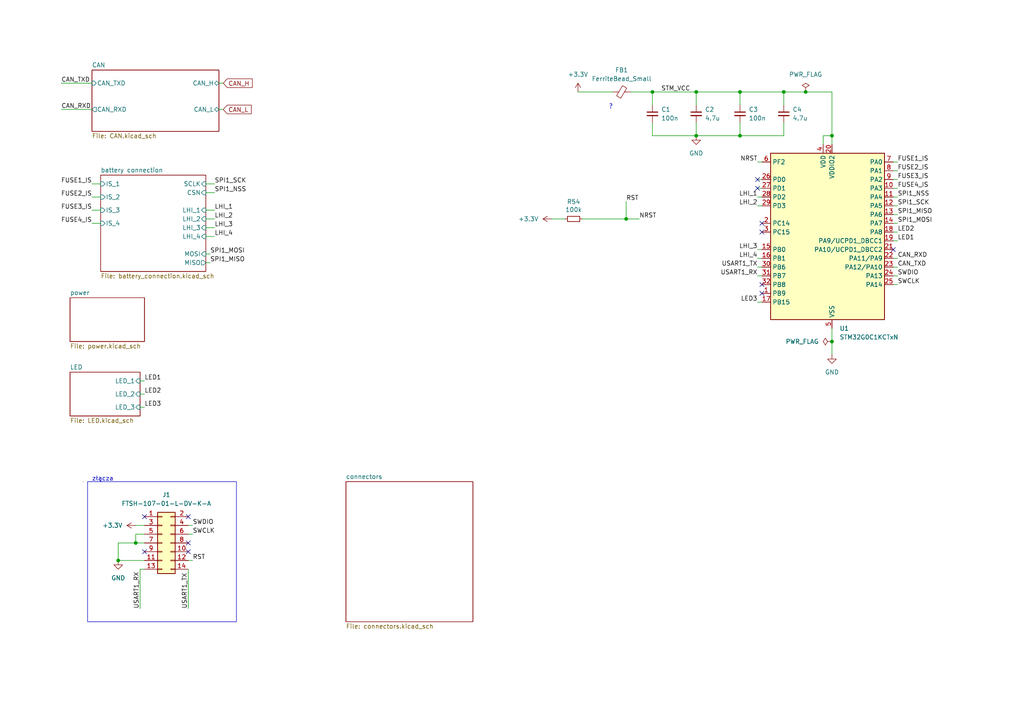
<source format=kicad_sch>
(kicad_sch (version 20230121) (generator eeschema)

  (uuid b652b05a-4e3d-4ad1-b032-18886abe7d45)

  (paper "A4")

  (title_block
    (rev "${REVISION}")
    (company "Author:")
    (comment 1 "Reviewer:")
  )

  (lib_symbols
    (symbol "Device:C_Small" (pin_numbers hide) (pin_names (offset 0.254) hide) (in_bom yes) (on_board yes)
      (property "Reference" "C" (at 0.254 1.778 0)
        (effects (font (size 1.27 1.27)) (justify left))
      )
      (property "Value" "C_Small" (at 0.254 -2.032 0)
        (effects (font (size 1.27 1.27)) (justify left))
      )
      (property "Footprint" "" (at 0 0 0)
        (effects (font (size 1.27 1.27)) hide)
      )
      (property "Datasheet" "~" (at 0 0 0)
        (effects (font (size 1.27 1.27)) hide)
      )
      (property "ki_keywords" "capacitor cap" (at 0 0 0)
        (effects (font (size 1.27 1.27)) hide)
      )
      (property "ki_description" "Unpolarized capacitor, small symbol" (at 0 0 0)
        (effects (font (size 1.27 1.27)) hide)
      )
      (property "ki_fp_filters" "C_*" (at 0 0 0)
        (effects (font (size 1.27 1.27)) hide)
      )
      (symbol "C_Small_0_1"
        (polyline
          (pts
            (xy -1.524 -0.508)
            (xy 1.524 -0.508)
          )
          (stroke (width 0.3302) (type default))
          (fill (type none))
        )
        (polyline
          (pts
            (xy -1.524 0.508)
            (xy 1.524 0.508)
          )
          (stroke (width 0.3048) (type default))
          (fill (type none))
        )
      )
      (symbol "C_Small_1_1"
        (pin passive line (at 0 2.54 270) (length 2.032)
          (name "~" (effects (font (size 1.27 1.27))))
          (number "1" (effects (font (size 1.27 1.27))))
        )
        (pin passive line (at 0 -2.54 90) (length 2.032)
          (name "~" (effects (font (size 1.27 1.27))))
          (number "2" (effects (font (size 1.27 1.27))))
        )
      )
    )
    (symbol "Device:FerriteBead_Small" (pin_numbers hide) (pin_names (offset 0)) (in_bom yes) (on_board yes)
      (property "Reference" "FB" (at 1.905 1.27 0)
        (effects (font (size 1.27 1.27)) (justify left))
      )
      (property "Value" "FerriteBead_Small" (at 1.905 -1.27 0)
        (effects (font (size 1.27 1.27)) (justify left))
      )
      (property "Footprint" "" (at -1.778 0 90)
        (effects (font (size 1.27 1.27)) hide)
      )
      (property "Datasheet" "~" (at 0 0 0)
        (effects (font (size 1.27 1.27)) hide)
      )
      (property "ki_keywords" "L ferrite bead inductor filter" (at 0 0 0)
        (effects (font (size 1.27 1.27)) hide)
      )
      (property "ki_description" "Ferrite bead, small symbol" (at 0 0 0)
        (effects (font (size 1.27 1.27)) hide)
      )
      (property "ki_fp_filters" "Inductor_* L_* *Ferrite*" (at 0 0 0)
        (effects (font (size 1.27 1.27)) hide)
      )
      (symbol "FerriteBead_Small_0_1"
        (polyline
          (pts
            (xy 0 -1.27)
            (xy 0 -0.7874)
          )
          (stroke (width 0) (type default))
          (fill (type none))
        )
        (polyline
          (pts
            (xy 0 0.889)
            (xy 0 1.2954)
          )
          (stroke (width 0) (type default))
          (fill (type none))
        )
        (polyline
          (pts
            (xy -1.8288 0.2794)
            (xy -1.1176 1.4986)
            (xy 1.8288 -0.2032)
            (xy 1.1176 -1.4224)
            (xy -1.8288 0.2794)
          )
          (stroke (width 0) (type default))
          (fill (type none))
        )
      )
      (symbol "FerriteBead_Small_1_1"
        (pin passive line (at 0 2.54 270) (length 1.27)
          (name "~" (effects (font (size 1.27 1.27))))
          (number "1" (effects (font (size 1.27 1.27))))
        )
        (pin passive line (at 0 -2.54 90) (length 1.27)
          (name "~" (effects (font (size 1.27 1.27))))
          (number "2" (effects (font (size 1.27 1.27))))
        )
      )
    )
    (symbol "Device:R_Small" (pin_numbers hide) (pin_names (offset 0.254) hide) (in_bom yes) (on_board yes)
      (property "Reference" "R" (at 0.762 0.508 0)
        (effects (font (size 1.27 1.27)) (justify left))
      )
      (property "Value" "R_Small" (at 0.762 -1.016 0)
        (effects (font (size 1.27 1.27)) (justify left))
      )
      (property "Footprint" "" (at 0 0 0)
        (effects (font (size 1.27 1.27)) hide)
      )
      (property "Datasheet" "~" (at 0 0 0)
        (effects (font (size 1.27 1.27)) hide)
      )
      (property "ki_keywords" "R resistor" (at 0 0 0)
        (effects (font (size 1.27 1.27)) hide)
      )
      (property "ki_description" "Resistor, small symbol" (at 0 0 0)
        (effects (font (size 1.27 1.27)) hide)
      )
      (property "ki_fp_filters" "R_*" (at 0 0 0)
        (effects (font (size 1.27 1.27)) hide)
      )
      (symbol "R_Small_0_1"
        (rectangle (start -0.762 1.778) (end 0.762 -1.778)
          (stroke (width 0.2032) (type default))
          (fill (type none))
        )
      )
      (symbol "R_Small_1_1"
        (pin passive line (at 0 2.54 270) (length 0.762)
          (name "~" (effects (font (size 1.27 1.27))))
          (number "1" (effects (font (size 1.27 1.27))))
        )
        (pin passive line (at 0 -2.54 90) (length 0.762)
          (name "~" (effects (font (size 1.27 1.27))))
          (number "2" (effects (font (size 1.27 1.27))))
        )
      )
    )
    (symbol "MCU_ST_STM32G0:STM32G0C1KCTxN" (in_bom yes) (on_board yes)
      (property "Reference" "U" (at -15.24 26.67 0)
        (effects (font (size 1.27 1.27)) (justify left))
      )
      (property "Value" "STM32G0C1KCTxN" (at 5.08 26.67 0)
        (effects (font (size 1.27 1.27)) (justify left))
      )
      (property "Footprint" "Package_QFP:LQFP-32_7x7mm_P0.8mm" (at -15.24 -22.86 0)
        (effects (font (size 1.27 1.27)) (justify right) hide)
      )
      (property "Datasheet" "https://www.st.com/resource/en/datasheet/stm32g0c1kc.pdf" (at 0 0 0)
        (effects (font (size 1.27 1.27)) hide)
      )
      (property "ki_locked" "" (at 0 0 0)
        (effects (font (size 1.27 1.27)))
      )
      (property "ki_keywords" "Arm Cortex-M0+ STM32G0 STM32G0x1" (at 0 0 0)
        (effects (font (size 1.27 1.27)) hide)
      )
      (property "ki_description" "STMicroelectronics Arm Cortex-M0+ MCU, 256KB flash, 144KB RAM, 64 MHz, 1.7-3.6V, 29 GPIO, LQFP32" (at 0 0 0)
        (effects (font (size 1.27 1.27)) hide)
      )
      (property "ki_fp_filters" "LQFP*7x7mm*P0.8mm*" (at 0 0 0)
        (effects (font (size 1.27 1.27)) hide)
      )
      (symbol "STM32G0C1KCTxN_0_1"
        (rectangle (start -15.24 -22.86) (end 17.78 25.4)
          (stroke (width 0.254) (type default))
          (fill (type background))
        )
      )
      (symbol "STM32G0C1KCTxN_1_1"
        (pin bidirectional line (at -17.78 -15.24 0) (length 2.54)
          (name "PB9" (effects (font (size 1.27 1.27))))
          (number "1" (effects (font (size 1.27 1.27))))
          (alternate "DAC1_EXTI9" bidirectional line)
          (alternate "FDCAN1_TX" bidirectional line)
          (alternate "I2C1_SDA" bidirectional line)
          (alternate "I2S2_WS" bidirectional line)
          (alternate "IR_OUT" bidirectional line)
          (alternate "SPI2_NSS" bidirectional line)
          (alternate "TIM17_CH1" bidirectional line)
          (alternate "TIM4_CH4" bidirectional line)
          (alternate "UCPD2_FRSTX1" bidirectional line)
          (alternate "UCPD2_FRSTX2" bidirectional line)
          (alternate "USART3_RX" bidirectional line)
          (alternate "USART6_RX" bidirectional line)
        )
        (pin bidirectional line (at 20.32 15.24 180) (length 2.54)
          (name "PA3" (effects (font (size 1.27 1.27))))
          (number "10" (effects (font (size 1.27 1.27))))
          (alternate "ADC1_IN3" bidirectional line)
          (alternate "COMP2_INP" bidirectional line)
          (alternate "I2S2_MCK" bidirectional line)
          (alternate "LPUART1_RX" bidirectional line)
          (alternate "SPI2_MISO" bidirectional line)
          (alternate "TIM15_CH2" bidirectional line)
          (alternate "TIM2_CH4" bidirectional line)
          (alternate "UCPD2_FRSTX1" bidirectional line)
          (alternate "UCPD2_FRSTX2" bidirectional line)
          (alternate "USART2_RX" bidirectional line)
        )
        (pin bidirectional line (at 20.32 12.7 180) (length 2.54)
          (name "PA4" (effects (font (size 1.27 1.27))))
          (number "11" (effects (font (size 1.27 1.27))))
          (alternate "ADC1_IN4" bidirectional line)
          (alternate "DAC1_OUT1" bidirectional line)
          (alternate "I2S1_WS" bidirectional line)
          (alternate "I2S2_SD" bidirectional line)
          (alternate "LPTIM2_OUT" bidirectional line)
          (alternate "RTC_OUT1" bidirectional line)
          (alternate "RTC_TAMP_IN1" bidirectional line)
          (alternate "RTC_TS" bidirectional line)
          (alternate "SPI1_NSS" bidirectional line)
          (alternate "SPI2_MOSI" bidirectional line)
          (alternate "SYS_WKUP2" bidirectional line)
          (alternate "TIM14_CH1" bidirectional line)
          (alternate "UCPD2_FRSTX1" bidirectional line)
          (alternate "UCPD2_FRSTX2" bidirectional line)
          (alternate "USART6_TX" bidirectional line)
          (alternate "USB_NOE" bidirectional line)
        )
        (pin bidirectional line (at 20.32 10.16 180) (length 2.54)
          (name "PA5" (effects (font (size 1.27 1.27))))
          (number "12" (effects (font (size 1.27 1.27))))
          (alternate "ADC1_IN5" bidirectional line)
          (alternate "CEC" bidirectional line)
          (alternate "DAC1_OUT2" bidirectional line)
          (alternate "I2S1_CK" bidirectional line)
          (alternate "LPTIM2_ETR" bidirectional line)
          (alternate "SPI1_SCK" bidirectional line)
          (alternate "TIM2_CH1" bidirectional line)
          (alternate "TIM2_ETR" bidirectional line)
          (alternate "UCPD1_FRSTX1" bidirectional line)
          (alternate "UCPD1_FRSTX2" bidirectional line)
          (alternate "USART3_TX" bidirectional line)
          (alternate "USART6_RX" bidirectional line)
        )
        (pin bidirectional line (at 20.32 7.62 180) (length 2.54)
          (name "PA6" (effects (font (size 1.27 1.27))))
          (number "13" (effects (font (size 1.27 1.27))))
          (alternate "ADC1_IN6" bidirectional line)
          (alternate "COMP1_OUT" bidirectional line)
          (alternate "I2C2_SDA" bidirectional line)
          (alternate "I2C3_SDA" bidirectional line)
          (alternate "I2S1_MCK" bidirectional line)
          (alternate "LPUART1_CTS" bidirectional line)
          (alternate "SPI1_MISO" bidirectional line)
          (alternate "TIM16_CH1" bidirectional line)
          (alternate "TIM1_BK" bidirectional line)
          (alternate "TIM3_CH1" bidirectional line)
          (alternate "USART3_CTS" bidirectional line)
          (alternate "USART3_NSS" bidirectional line)
          (alternate "USART6_CTS" bidirectional line)
          (alternate "USART6_NSS" bidirectional line)
        )
        (pin bidirectional line (at 20.32 5.08 180) (length 2.54)
          (name "PA7" (effects (font (size 1.27 1.27))))
          (number "14" (effects (font (size 1.27 1.27))))
          (alternate "ADC1_IN7" bidirectional line)
          (alternate "COMP2_OUT" bidirectional line)
          (alternate "I2C2_SCL" bidirectional line)
          (alternate "I2C3_SCL" bidirectional line)
          (alternate "I2S1_SD" bidirectional line)
          (alternate "SPI1_MOSI" bidirectional line)
          (alternate "TIM14_CH1" bidirectional line)
          (alternate "TIM17_CH1" bidirectional line)
          (alternate "TIM1_CH1N" bidirectional line)
          (alternate "TIM3_CH2" bidirectional line)
          (alternate "UCPD1_FRSTX1" bidirectional line)
          (alternate "UCPD1_FRSTX2" bidirectional line)
          (alternate "USART6_CK" bidirectional line)
          (alternate "USART6_DE" bidirectional line)
          (alternate "USART6_RTS" bidirectional line)
        )
        (pin bidirectional line (at -17.78 -2.54 0) (length 2.54)
          (name "PB0" (effects (font (size 1.27 1.27))))
          (number "15" (effects (font (size 1.27 1.27))))
          (alternate "ADC1_IN8" bidirectional line)
          (alternate "COMP1_OUT" bidirectional line)
          (alternate "COMP3_INP" bidirectional line)
          (alternate "FDCAN2_RX" bidirectional line)
          (alternate "I2S1_WS" bidirectional line)
          (alternate "LPTIM1_OUT" bidirectional line)
          (alternate "LPUART2_CTS" bidirectional line)
          (alternate "SPI1_NSS" bidirectional line)
          (alternate "TIM1_CH2N" bidirectional line)
          (alternate "TIM3_CH3" bidirectional line)
          (alternate "UCPD1_FRSTX1" bidirectional line)
          (alternate "UCPD1_FRSTX2" bidirectional line)
          (alternate "USART3_RX" bidirectional line)
          (alternate "USART5_TX" bidirectional line)
        )
        (pin bidirectional line (at -17.78 -5.08 0) (length 2.54)
          (name "PB1" (effects (font (size 1.27 1.27))))
          (number "16" (effects (font (size 1.27 1.27))))
          (alternate "ADC1_IN9" bidirectional line)
          (alternate "COMP1_INM" bidirectional line)
          (alternate "COMP3_OUT" bidirectional line)
          (alternate "FDCAN2_TX" bidirectional line)
          (alternate "LPTIM2_IN1" bidirectional line)
          (alternate "LPUART1_DE" bidirectional line)
          (alternate "LPUART1_RTS" bidirectional line)
          (alternate "LPUART2_DE" bidirectional line)
          (alternate "LPUART2_RTS" bidirectional line)
          (alternate "TIM14_CH1" bidirectional line)
          (alternate "TIM1_CH3N" bidirectional line)
          (alternate "TIM3_CH4" bidirectional line)
          (alternate "USART3_CK" bidirectional line)
          (alternate "USART3_DE" bidirectional line)
          (alternate "USART3_RTS" bidirectional line)
          (alternate "USART5_RX" bidirectional line)
        )
        (pin bidirectional line (at -17.78 -17.78 0) (length 2.54)
          (name "PB15" (effects (font (size 1.27 1.27))))
          (number "17" (effects (font (size 1.27 1.27))))
          (alternate "I2S2_SD" bidirectional line)
          (alternate "RTC_REFIN" bidirectional line)
          (alternate "SPI2_MOSI" bidirectional line)
          (alternate "TIM15_CH1N" bidirectional line)
          (alternate "TIM15_CH2" bidirectional line)
          (alternate "TIM1_CH3N" bidirectional line)
          (alternate "UCPD1_CC2" bidirectional line)
          (alternate "USART6_CTS" bidirectional line)
          (alternate "USART6_NSS" bidirectional line)
        )
        (pin bidirectional line (at 20.32 2.54 180) (length 2.54)
          (name "PA8" (effects (font (size 1.27 1.27))))
          (number "18" (effects (font (size 1.27 1.27))))
          (alternate "CRS1_SYNC" bidirectional line)
          (alternate "I2C2_SMBA" bidirectional line)
          (alternate "I2S2_WS" bidirectional line)
          (alternate "LPTIM2_OUT" bidirectional line)
          (alternate "RCC_MCO" bidirectional line)
          (alternate "SPI2_NSS" bidirectional line)
          (alternate "TIM1_CH1" bidirectional line)
          (alternate "UCPD1_CC1" bidirectional line)
        )
        (pin bidirectional line (at 20.32 0 180) (length 2.54)
          (name "PA9/UCPD1_DBCC1" (effects (font (size 1.27 1.27))))
          (number "19" (effects (font (size 1.27 1.27))))
          (alternate "DAC1_EXTI9" bidirectional line)
          (alternate "I2C1_SCL" bidirectional line)
          (alternate "I2C2_SCL" bidirectional line)
          (alternate "I2S2_MCK" bidirectional line)
          (alternate "RCC_MCO" bidirectional line)
          (alternate "SPI2_MISO" bidirectional line)
          (alternate "TIM15_BK" bidirectional line)
          (alternate "TIM1_CH2" bidirectional line)
          (alternate "UCPD1_DBCC1" bidirectional line)
          (alternate "USART1_TX" bidirectional line)
        )
        (pin bidirectional line (at -17.78 5.08 0) (length 2.54)
          (name "PC14" (effects (font (size 1.27 1.27))))
          (number "2" (effects (font (size 1.27 1.27))))
          (alternate "RCC_OSC32_IN" bidirectional line)
          (alternate "RCC_OSC_IN" bidirectional line)
          (alternate "TIM1_BK2" bidirectional line)
        )
        (pin power_in line (at 2.54 27.94 270) (length 2.54)
          (name "VDDIO2" (effects (font (size 1.27 1.27))))
          (number "20" (effects (font (size 1.27 1.27))))
        )
        (pin bidirectional line (at 20.32 -2.54 180) (length 2.54)
          (name "PA10/UCPD1_DBCC2" (effects (font (size 1.27 1.27))))
          (number "21" (effects (font (size 1.27 1.27))))
          (alternate "I2C1_SDA" bidirectional line)
          (alternate "I2C2_SDA" bidirectional line)
          (alternate "I2S2_SD" bidirectional line)
          (alternate "RCC_MCO_2" bidirectional line)
          (alternate "SPI2_MOSI" bidirectional line)
          (alternate "TIM17_BK" bidirectional line)
          (alternate "TIM1_CH3" bidirectional line)
          (alternate "UCPD1_DBCC2" bidirectional line)
          (alternate "USART1_RX" bidirectional line)
        )
        (pin bidirectional line (at 20.32 -5.08 180) (length 2.54)
          (name "PA11/PA9" (effects (font (size 1.27 1.27))))
          (number "22" (effects (font (size 1.27 1.27))))
          (alternate "ADC1_EXTI11" bidirectional line)
          (alternate "COMP1_OUT" bidirectional line)
          (alternate "FDCAN1_RX" bidirectional line)
          (alternate "I2C2_SCL" bidirectional line)
          (alternate "I2S1_MCK" bidirectional line)
          (alternate "SPI1_MISO" bidirectional line)
          (alternate "TIM1_BK2" bidirectional line)
          (alternate "TIM1_CH4" bidirectional line)
          (alternate "USART1_CTS" bidirectional line)
          (alternate "USART1_NSS" bidirectional line)
          (alternate "USB_DM" bidirectional line)
        )
        (pin bidirectional line (at 20.32 -7.62 180) (length 2.54)
          (name "PA12/PA10" (effects (font (size 1.27 1.27))))
          (number "23" (effects (font (size 1.27 1.27))))
          (alternate "COMP2_OUT" bidirectional line)
          (alternate "FDCAN1_TX" bidirectional line)
          (alternate "I2C2_SDA" bidirectional line)
          (alternate "I2S1_SD" bidirectional line)
          (alternate "I2S_CKIN" bidirectional line)
          (alternate "SPI1_MOSI" bidirectional line)
          (alternate "TIM1_ETR" bidirectional line)
          (alternate "USART1_CK" bidirectional line)
          (alternate "USART1_DE" bidirectional line)
          (alternate "USART1_RTS" bidirectional line)
          (alternate "USB_DP" bidirectional line)
        )
        (pin bidirectional line (at 20.32 -10.16 180) (length 2.54)
          (name "PA13" (effects (font (size 1.27 1.27))))
          (number "24" (effects (font (size 1.27 1.27))))
          (alternate "IR_OUT" bidirectional line)
          (alternate "LPUART2_RX" bidirectional line)
          (alternate "SYS_SWDIO" bidirectional line)
          (alternate "USB_NOE" bidirectional line)
        )
        (pin bidirectional line (at 20.32 -12.7 180) (length 2.54)
          (name "PA14" (effects (font (size 1.27 1.27))))
          (number "25" (effects (font (size 1.27 1.27))))
          (alternate "LPUART2_TX" bidirectional line)
          (alternate "SYS_SWCLK" bidirectional line)
          (alternate "USART2_TX" bidirectional line)
        )
        (pin bidirectional line (at -17.78 17.78 0) (length 2.54)
          (name "PD0" (effects (font (size 1.27 1.27))))
          (number "26" (effects (font (size 1.27 1.27))))
          (alternate "FDCAN1_RX" bidirectional line)
          (alternate "I2S2_WS" bidirectional line)
          (alternate "SPI2_NSS" bidirectional line)
          (alternate "TIM16_CH1" bidirectional line)
          (alternate "UCPD2_CC1" bidirectional line)
        )
        (pin bidirectional line (at -17.78 15.24 0) (length 2.54)
          (name "PD1" (effects (font (size 1.27 1.27))))
          (number "27" (effects (font (size 1.27 1.27))))
          (alternate "FDCAN1_TX" bidirectional line)
          (alternate "I2S2_CK" bidirectional line)
          (alternate "SPI2_SCK" bidirectional line)
          (alternate "TIM17_CH1" bidirectional line)
          (alternate "UCPD2_DBCC1" bidirectional line)
        )
        (pin bidirectional line (at -17.78 12.7 0) (length 2.54)
          (name "PD2" (effects (font (size 1.27 1.27))))
          (number "28" (effects (font (size 1.27 1.27))))
          (alternate "TIM1_CH1N" bidirectional line)
          (alternate "TIM3_ETR" bidirectional line)
          (alternate "UCPD2_CC2" bidirectional line)
          (alternate "USART3_CK" bidirectional line)
          (alternate "USART3_DE" bidirectional line)
          (alternate "USART3_RTS" bidirectional line)
          (alternate "USART5_RX" bidirectional line)
        )
        (pin bidirectional line (at -17.78 10.16 0) (length 2.54)
          (name "PD3" (effects (font (size 1.27 1.27))))
          (number "29" (effects (font (size 1.27 1.27))))
          (alternate "I2S2_MCK" bidirectional line)
          (alternate "SPI2_MISO" bidirectional line)
          (alternate "TIM1_CH2N" bidirectional line)
          (alternate "UCPD2_DBCC2" bidirectional line)
          (alternate "USART2_CTS" bidirectional line)
          (alternate "USART2_NSS" bidirectional line)
          (alternate "USART5_TX" bidirectional line)
        )
        (pin bidirectional line (at -17.78 2.54 0) (length 2.54)
          (name "PC15" (effects (font (size 1.27 1.27))))
          (number "3" (effects (font (size 1.27 1.27))))
          (alternate "RCC_OSC32_EN" bidirectional line)
          (alternate "RCC_OSC32_OUT" bidirectional line)
          (alternate "RCC_OSC_EN" bidirectional line)
          (alternate "TIM15_BK" bidirectional line)
        )
        (pin bidirectional line (at -17.78 -7.62 0) (length 2.54)
          (name "PB6" (effects (font (size 1.27 1.27))))
          (number "30" (effects (font (size 1.27 1.27))))
          (alternate "COMP2_INP" bidirectional line)
          (alternate "FDCAN2_TX" bidirectional line)
          (alternate "I2C1_SCL" bidirectional line)
          (alternate "I2S2_MCK" bidirectional line)
          (alternate "LPTIM1_ETR" bidirectional line)
          (alternate "LPUART2_TX" bidirectional line)
          (alternate "SPI2_MISO" bidirectional line)
          (alternate "TIM16_CH1N" bidirectional line)
          (alternate "TIM1_CH3" bidirectional line)
          (alternate "TIM4_CH1" bidirectional line)
          (alternate "USART1_TX" bidirectional line)
          (alternate "USART5_CTS" bidirectional line)
          (alternate "USART5_NSS" bidirectional line)
        )
        (pin bidirectional line (at -17.78 -10.16 0) (length 2.54)
          (name "PB7" (effects (font (size 1.27 1.27))))
          (number "31" (effects (font (size 1.27 1.27))))
          (alternate "COMP2_INM" bidirectional line)
          (alternate "I2C1_SDA" bidirectional line)
          (alternate "I2S2_SD" bidirectional line)
          (alternate "LPTIM1_IN2" bidirectional line)
          (alternate "LPUART2_RX" bidirectional line)
          (alternate "SPI2_MOSI" bidirectional line)
          (alternate "SYS_PVD_IN" bidirectional line)
          (alternate "TIM17_CH1N" bidirectional line)
          (alternate "TIM4_CH2" bidirectional line)
          (alternate "USART1_RX" bidirectional line)
          (alternate "USART4_CTS" bidirectional line)
          (alternate "USART4_NSS" bidirectional line)
        )
        (pin bidirectional line (at -17.78 -12.7 0) (length 2.54)
          (name "PB8" (effects (font (size 1.27 1.27))))
          (number "32" (effects (font (size 1.27 1.27))))
          (alternate "CEC" bidirectional line)
          (alternate "FDCAN1_RX" bidirectional line)
          (alternate "I2C1_SCL" bidirectional line)
          (alternate "I2S2_CK" bidirectional line)
          (alternate "SPI2_SCK" bidirectional line)
          (alternate "TIM15_BK" bidirectional line)
          (alternate "TIM16_CH1" bidirectional line)
          (alternate "TIM4_CH3" bidirectional line)
          (alternate "USART3_TX" bidirectional line)
          (alternate "USART6_TX" bidirectional line)
        )
        (pin power_in line (at 0 27.94 270) (length 2.54)
          (name "VDD" (effects (font (size 1.27 1.27))))
          (number "4" (effects (font (size 1.27 1.27))))
        )
        (pin power_in line (at 2.54 -25.4 90) (length 2.54)
          (name "VSS" (effects (font (size 1.27 1.27))))
          (number "5" (effects (font (size 1.27 1.27))))
        )
        (pin bidirectional line (at -17.78 22.86 0) (length 2.54)
          (name "PF2" (effects (font (size 1.27 1.27))))
          (number "6" (effects (font (size 1.27 1.27))))
          (alternate "LPUART2_DE" bidirectional line)
          (alternate "LPUART2_RTS" bidirectional line)
          (alternate "LPUART2_TX" bidirectional line)
          (alternate "RCC_MCO" bidirectional line)
        )
        (pin bidirectional line (at 20.32 22.86 180) (length 2.54)
          (name "PA0" (effects (font (size 1.27 1.27))))
          (number "7" (effects (font (size 1.27 1.27))))
          (alternate "ADC1_IN0" bidirectional line)
          (alternate "COMP1_INM" bidirectional line)
          (alternate "COMP1_OUT" bidirectional line)
          (alternate "I2S2_CK" bidirectional line)
          (alternate "LPTIM1_OUT" bidirectional line)
          (alternate "RTC_TAMP_IN2" bidirectional line)
          (alternate "SPI2_SCK" bidirectional line)
          (alternate "SYS_WKUP1" bidirectional line)
          (alternate "TIM2_CH1" bidirectional line)
          (alternate "TIM2_ETR" bidirectional line)
          (alternate "UCPD2_FRSTX1" bidirectional line)
          (alternate "UCPD2_FRSTX2" bidirectional line)
          (alternate "USART2_CTS" bidirectional line)
          (alternate "USART2_NSS" bidirectional line)
          (alternate "USART4_TX" bidirectional line)
        )
        (pin bidirectional line (at 20.32 20.32 180) (length 2.54)
          (name "PA1" (effects (font (size 1.27 1.27))))
          (number "8" (effects (font (size 1.27 1.27))))
          (alternate "ADC1_IN1" bidirectional line)
          (alternate "COMP1_INP" bidirectional line)
          (alternate "I2C1_SMBA" bidirectional line)
          (alternate "I2S1_CK" bidirectional line)
          (alternate "SPI1_SCK" bidirectional line)
          (alternate "TIM15_CH1N" bidirectional line)
          (alternate "TIM2_CH2" bidirectional line)
          (alternate "USART2_CK" bidirectional line)
          (alternate "USART2_DE" bidirectional line)
          (alternate "USART2_RTS" bidirectional line)
          (alternate "USART4_RX" bidirectional line)
        )
        (pin bidirectional line (at 20.32 17.78 180) (length 2.54)
          (name "PA2" (effects (font (size 1.27 1.27))))
          (number "9" (effects (font (size 1.27 1.27))))
          (alternate "ADC1_IN2" bidirectional line)
          (alternate "COMP2_INM" bidirectional line)
          (alternate "COMP2_OUT" bidirectional line)
          (alternate "I2S1_SD" bidirectional line)
          (alternate "LPUART1_TX" bidirectional line)
          (alternate "RCC_LSCO" bidirectional line)
          (alternate "SPI1_MOSI" bidirectional line)
          (alternate "SYS_WKUP4" bidirectional line)
          (alternate "TIM15_CH1" bidirectional line)
          (alternate "TIM2_CH3" bidirectional line)
          (alternate "UCPD1_FRSTX1" bidirectional line)
          (alternate "UCPD1_FRSTX2" bidirectional line)
          (alternate "USART2_TX" bidirectional line)
        )
      )
    )
    (symbol "ftsh-107-01-l-dv-k-a:FTSH-107-01-L-DV-K-A" (pin_names hide) (in_bom yes) (on_board yes)
      (property "Reference" "J" (at -13.97 13.97 0)
        (effects (font (size 1.27 1.27)) (justify left top))
      )
      (property "Value" "FTSH-107-01-L-DV-K-A" (at -13.97 11.43 0)
        (effects (font (size 1.27 1.27)) (justify left top))
      )
      (property "Footprint" "Samacsys:FTSH-107-XX-YYY-DV-K-A" (at 19.05 -94.92 0)
        (effects (font (size 1.27 1.27)) (justify left top) hide)
      )
      (property "Datasheet" "http://suddendocs.samtec.com/prints/ftsh-1xx-xx-xxx-dv-xxx-xxx-mkt.pdf" (at 19.05 -194.92 0)
        (effects (font (size 1.27 1.27)) (justify left top) hide)
      )
      (property "Height" "" (at 19.05 -394.92 0)
        (effects (font (size 1.27 1.27)) (justify left top) hide)
      )
      (property "Mouser Part Number" "200-FTSH10701LDVKA" (at 19.05 -494.92 0)
        (effects (font (size 1.27 1.27)) (justify left top) hide)
      )
      (property "Mouser Price/Stock" "https://www.mouser.co.uk/ProductDetail/Samtec/FTSH-107-01-L-DV-K-A?qs=PB6%2FjmICvI3xEHFou4PhNg%3D%3D" (at 19.05 -594.92 0)
        (effects (font (size 1.27 1.27)) (justify left top) hide)
      )
      (property "Manufacturer_Name" "SAMTEC" (at 19.05 -694.92 0)
        (effects (font (size 1.27 1.27)) (justify left top) hide)
      )
      (property "Manufacturer_Part_Number" "FTSH-107-01-L-DV-K-A" (at 19.05 -794.92 0)
        (effects (font (size 1.27 1.27)) (justify left top) hide)
      )
      (property "ki_description" "14 position, High Reliability Header Strips, 0.050&quot; pitch, Dual-Row Vertical" (at 0 0 0)
        (effects (font (size 1.27 1.27)) hide)
      )
      (symbol "FTSH-107-01-L-DV-K-A_1_1"
        (rectangle (start -2.54 -7.493) (end -1.27 -7.747)
          (stroke (width 0.1524) (type default))
          (fill (type none))
        )
        (rectangle (start -2.54 -4.953) (end -1.27 -5.207)
          (stroke (width 0.1524) (type default))
          (fill (type none))
        )
        (rectangle (start -2.54 -2.413) (end -1.27 -2.667)
          (stroke (width 0.1524) (type default))
          (fill (type none))
        )
        (rectangle (start -2.54 0.127) (end -1.27 -0.127)
          (stroke (width 0.1524) (type default))
          (fill (type none))
        )
        (rectangle (start -2.54 2.667) (end -1.27 2.413)
          (stroke (width 0.1524) (type default))
          (fill (type none))
        )
        (rectangle (start -2.54 5.207) (end -1.27 4.953)
          (stroke (width 0.1524) (type default))
          (fill (type none))
        )
        (rectangle (start -2.54 7.747) (end -1.27 7.493)
          (stroke (width 0.1524) (type default))
          (fill (type none))
        )
        (rectangle (start -2.54 8.89) (end 2.54 -8.89)
          (stroke (width 0.254) (type default))
          (fill (type background))
        )
        (rectangle (start 2.54 -7.493) (end 1.27 -7.747)
          (stroke (width 0.1524) (type default))
          (fill (type none))
        )
        (rectangle (start 2.54 -4.953) (end 1.27 -5.207)
          (stroke (width 0.1524) (type default))
          (fill (type none))
        )
        (rectangle (start 2.54 -2.413) (end 1.27 -2.667)
          (stroke (width 0.1524) (type default))
          (fill (type none))
        )
        (rectangle (start 2.54 0.127) (end 1.27 -0.127)
          (stroke (width 0.1524) (type default))
          (fill (type none))
        )
        (rectangle (start 2.54 2.667) (end 1.27 2.413)
          (stroke (width 0.1524) (type default))
          (fill (type none))
        )
        (rectangle (start 2.54 5.207) (end 1.27 4.953)
          (stroke (width 0.1524) (type default))
          (fill (type none))
        )
        (rectangle (start 2.54 7.747) (end 1.27 7.493)
          (stroke (width 0.1524) (type default))
          (fill (type none))
        )
        (pin passive line (at -6.35 7.62 0) (length 3.81)
          (name "Pin_1" (effects (font (size 1.27 1.27))))
          (number "1" (effects (font (size 1.27 1.27))))
        )
        (pin passive line (at 6.35 -2.54 180) (length 3.81)
          (name "Pin_10" (effects (font (size 1.27 1.27))))
          (number "10" (effects (font (size 1.27 1.27))))
        )
        (pin passive line (at -6.35 -5.08 0) (length 3.81)
          (name "Pin_11" (effects (font (size 1.27 1.27))))
          (number "11" (effects (font (size 1.27 1.27))))
        )
        (pin passive line (at 6.35 -5.08 180) (length 3.81)
          (name "Pin_12" (effects (font (size 1.27 1.27))))
          (number "12" (effects (font (size 1.27 1.27))))
        )
        (pin passive line (at -6.35 -7.62 0) (length 3.81)
          (name "Pin_13" (effects (font (size 1.27 1.27))))
          (number "13" (effects (font (size 1.27 1.27))))
        )
        (pin passive line (at 6.35 -7.62 180) (length 3.81)
          (name "Pin_14" (effects (font (size 1.27 1.27))))
          (number "14" (effects (font (size 1.27 1.27))))
        )
        (pin passive line (at 6.35 7.62 180) (length 3.81)
          (name "Pin_2" (effects (font (size 1.27 1.27))))
          (number "2" (effects (font (size 1.27 1.27))))
        )
        (pin passive line (at -6.35 5.08 0) (length 3.81)
          (name "Pin_3" (effects (font (size 1.27 1.27))))
          (number "3" (effects (font (size 1.27 1.27))))
        )
        (pin passive line (at 6.35 5.08 180) (length 3.81)
          (name "Pin_4" (effects (font (size 1.27 1.27))))
          (number "4" (effects (font (size 1.27 1.27))))
        )
        (pin passive line (at -6.35 2.54 0) (length 3.81)
          (name "Pin_5" (effects (font (size 1.27 1.27))))
          (number "5" (effects (font (size 1.27 1.27))))
        )
        (pin passive line (at 6.35 2.54 180) (length 3.81)
          (name "Pin_6" (effects (font (size 1.27 1.27))))
          (number "6" (effects (font (size 1.27 1.27))))
        )
        (pin passive line (at -6.35 0 0) (length 3.81)
          (name "Pin_7" (effects (font (size 1.27 1.27))))
          (number "7" (effects (font (size 1.27 1.27))))
        )
        (pin passive line (at 6.35 0 180) (length 3.81)
          (name "Pin_8" (effects (font (size 1.27 1.27))))
          (number "8" (effects (font (size 1.27 1.27))))
        )
        (pin passive line (at -6.35 -2.54 0) (length 3.81)
          (name "Pin_9" (effects (font (size 1.27 1.27))))
          (number "9" (effects (font (size 1.27 1.27))))
        )
      )
    )
    (symbol "power:+3.3V" (power) (pin_names (offset 0)) (in_bom yes) (on_board yes)
      (property "Reference" "#PWR" (at 0 -3.81 0)
        (effects (font (size 1.27 1.27)) hide)
      )
      (property "Value" "+3.3V" (at 0 3.556 0)
        (effects (font (size 1.27 1.27)))
      )
      (property "Footprint" "" (at 0 0 0)
        (effects (font (size 1.27 1.27)) hide)
      )
      (property "Datasheet" "" (at 0 0 0)
        (effects (font (size 1.27 1.27)) hide)
      )
      (property "ki_keywords" "global power" (at 0 0 0)
        (effects (font (size 1.27 1.27)) hide)
      )
      (property "ki_description" "Power symbol creates a global label with name \"+3.3V\"" (at 0 0 0)
        (effects (font (size 1.27 1.27)) hide)
      )
      (symbol "+3.3V_0_1"
        (polyline
          (pts
            (xy -0.762 1.27)
            (xy 0 2.54)
          )
          (stroke (width 0) (type default))
          (fill (type none))
        )
        (polyline
          (pts
            (xy 0 0)
            (xy 0 2.54)
          )
          (stroke (width 0) (type default))
          (fill (type none))
        )
        (polyline
          (pts
            (xy 0 2.54)
            (xy 0.762 1.27)
          )
          (stroke (width 0) (type default))
          (fill (type none))
        )
      )
      (symbol "+3.3V_1_1"
        (pin power_in line (at 0 0 90) (length 0) hide
          (name "+3.3V" (effects (font (size 1.27 1.27))))
          (number "1" (effects (font (size 1.27 1.27))))
        )
      )
    )
    (symbol "power:GND" (power) (pin_names (offset 0)) (in_bom yes) (on_board yes)
      (property "Reference" "#PWR" (at 0 -6.35 0)
        (effects (font (size 1.27 1.27)) hide)
      )
      (property "Value" "GND" (at 0 -3.81 0)
        (effects (font (size 1.27 1.27)))
      )
      (property "Footprint" "" (at 0 0 0)
        (effects (font (size 1.27 1.27)) hide)
      )
      (property "Datasheet" "" (at 0 0 0)
        (effects (font (size 1.27 1.27)) hide)
      )
      (property "ki_keywords" "global power" (at 0 0 0)
        (effects (font (size 1.27 1.27)) hide)
      )
      (property "ki_description" "Power symbol creates a global label with name \"GND\" , ground" (at 0 0 0)
        (effects (font (size 1.27 1.27)) hide)
      )
      (symbol "GND_0_1"
        (polyline
          (pts
            (xy 0 0)
            (xy 0 -1.27)
            (xy 1.27 -1.27)
            (xy 0 -2.54)
            (xy -1.27 -1.27)
            (xy 0 -1.27)
          )
          (stroke (width 0) (type default))
          (fill (type none))
        )
      )
      (symbol "GND_1_1"
        (pin power_in line (at 0 0 270) (length 0) hide
          (name "GND" (effects (font (size 1.27 1.27))))
          (number "1" (effects (font (size 1.27 1.27))))
        )
      )
    )
    (symbol "power:PWR_FLAG" (power) (pin_numbers hide) (pin_names (offset 0) hide) (in_bom yes) (on_board yes)
      (property "Reference" "#FLG" (at 0 1.905 0)
        (effects (font (size 1.27 1.27)) hide)
      )
      (property "Value" "PWR_FLAG" (at 0 3.81 0)
        (effects (font (size 1.27 1.27)))
      )
      (property "Footprint" "" (at 0 0 0)
        (effects (font (size 1.27 1.27)) hide)
      )
      (property "Datasheet" "~" (at 0 0 0)
        (effects (font (size 1.27 1.27)) hide)
      )
      (property "ki_keywords" "flag power" (at 0 0 0)
        (effects (font (size 1.27 1.27)) hide)
      )
      (property "ki_description" "Special symbol for telling ERC where power comes from" (at 0 0 0)
        (effects (font (size 1.27 1.27)) hide)
      )
      (symbol "PWR_FLAG_0_0"
        (pin power_out line (at 0 0 90) (length 0)
          (name "pwr" (effects (font (size 1.27 1.27))))
          (number "1" (effects (font (size 1.27 1.27))))
        )
      )
      (symbol "PWR_FLAG_0_1"
        (polyline
          (pts
            (xy 0 0)
            (xy 0 1.27)
            (xy -1.016 1.905)
            (xy 0 2.54)
            (xy 1.016 1.905)
            (xy 0 1.27)
          )
          (stroke (width 0) (type default))
          (fill (type none))
        )
      )
    )
  )

  (junction (at 201.93 26.67) (diameter 0) (color 0 0 0 0)
    (uuid 0571dc4f-dc85-4c0e-8bd8-991ae45c8a52)
  )
  (junction (at 241.3 99.06) (diameter 0) (color 0 0 0 0)
    (uuid 373a64ff-f020-4c4e-bbc1-bab4291063e8)
  )
  (junction (at 189.23 26.67) (diameter 0) (color 0 0 0 0)
    (uuid 438875c5-ec89-4bfa-84ca-adad961144c0)
  )
  (junction (at 39.37 157.48) (diameter 0) (color 0 0 0 0)
    (uuid 63187c1f-2563-4a35-b02f-38a01e20e1b8)
  )
  (junction (at 233.68 26.67) (diameter 0) (color 0 0 0 0)
    (uuid 74706602-fea0-4fa1-93d1-c3c7d05bb712)
  )
  (junction (at 241.3 39.37) (diameter 0) (color 0 0 0 0)
    (uuid 7e3ea07f-fd82-4c0c-968d-d1590e2a09ee)
  )
  (junction (at 214.63 26.67) (diameter 0) (color 0 0 0 0)
    (uuid 86b26b71-bfae-40db-83dc-137cd2752dd1)
  )
  (junction (at 214.63 39.37) (diameter 0) (color 0 0 0 0)
    (uuid 895f32f9-93f1-499d-978f-bbc5082807b6)
  )
  (junction (at 201.93 39.37) (diameter 0) (color 0 0 0 0)
    (uuid d438c182-9bad-4bc5-97a3-8cb2d5a636d7)
  )
  (junction (at 227.33 26.67) (diameter 0) (color 0 0 0 0)
    (uuid ddbd7c14-0d53-4350-bacb-dd9818017b42)
  )
  (junction (at 181.61 63.5) (diameter 0) (color 0 0 0 0)
    (uuid dff0cfb2-6b26-4d36-b0c4-cf0b4b54171f)
  )
  (junction (at 34.29 162.56) (diameter 0) (color 0 0 0 0)
    (uuid fe30f75d-7cf7-4f43-aaf8-d930b4f70a65)
  )

  (no_connect (at 219.71 52.07) (uuid 2027796b-d3b1-413b-8062-860223b14ef3))
  (no_connect (at 219.71 54.61) (uuid 2673e80e-80ae-45e0-91b4-23b8205a828a))
  (no_connect (at 54.61 149.86) (uuid 28a58c07-1c9a-41c4-b8e8-c74634f988b0))
  (no_connect (at 220.98 67.31) (uuid 3e4fd700-cc1e-42a5-b806-b02a00630e46))
  (no_connect (at 220.98 85.09) (uuid 439c380e-421d-48c9-a84e-27ac328b461d))
  (no_connect (at 41.91 149.86) (uuid 5ead5e9c-07b0-47c2-a38b-48ea6daea9f0))
  (no_connect (at 259.08 72.39) (uuid 666e0e07-22ed-4b11-9721-73fc18c1580f))
  (no_connect (at 54.61 157.48) (uuid 9f7e13f9-0d3e-4bdb-8085-57b3f1da5b42))
  (no_connect (at 41.91 160.02) (uuid a38db1ab-1c5e-4605-9118-c9fd943b221e))
  (no_connect (at 220.98 64.77) (uuid f3cbaa50-8908-4080-a6cb-e0495ff44382))
  (no_connect (at 220.98 82.55) (uuid f8df92f3-f122-4a6d-b1f5-f449cc9221e5))
  (no_connect (at 54.61 160.02) (uuid ff94c361-cb32-431b-aaca-3cc88bf5d108))

  (wire (pts (xy 39.37 152.4) (xy 41.91 152.4))
    (stroke (width 0) (type default))
    (uuid 07748578-40b4-43fb-ab29-e56b17186d6f)
  )
  (wire (pts (xy 259.08 82.55) (xy 260.35 82.55))
    (stroke (width 0) (type default))
    (uuid 093996f2-bf34-4a1f-8b2c-f2bf215c0ad5)
  )
  (wire (pts (xy 34.29 157.48) (xy 34.29 162.56))
    (stroke (width 0) (type default))
    (uuid 0a8d3b03-27ea-4f04-88a8-595c3213f3d9)
  )
  (wire (pts (xy 54.61 162.56) (xy 55.88 162.56))
    (stroke (width 0) (type default))
    (uuid 0d94f248-39d4-492d-aba1-2b80d912b6f7)
  )
  (wire (pts (xy 34.29 157.48) (xy 39.37 157.48))
    (stroke (width 0) (type default))
    (uuid 10c0b080-e42f-4ee1-8dca-46cff075a807)
  )
  (wire (pts (xy 40.64 118.11) (xy 41.91 118.11))
    (stroke (width 0) (type default))
    (uuid 11b2c991-fe25-47fd-8bb1-0d45c51d8993)
  )
  (wire (pts (xy 181.61 58.42) (xy 181.61 63.5))
    (stroke (width 0) (type default))
    (uuid 1399009d-554e-4dff-ad30-e89a866ffb91)
  )
  (wire (pts (xy 259.08 49.53) (xy 260.35 49.53))
    (stroke (width 0) (type default))
    (uuid 14ad43ae-4acc-4e06-8134-b4357ad1afc8)
  )
  (wire (pts (xy 259.08 52.07) (xy 260.35 52.07))
    (stroke (width 0) (type default))
    (uuid 151cc01e-4ff2-4aef-931b-04df2986cc9c)
  )
  (wire (pts (xy 241.3 26.67) (xy 241.3 39.37))
    (stroke (width 0) (type default))
    (uuid 1941ed88-51c2-41d6-9b18-9efb4824773c)
  )
  (wire (pts (xy 201.93 26.67) (xy 201.93 30.48))
    (stroke (width 0) (type default))
    (uuid 1b140eb9-0f1e-4edd-bfd2-e25d2e3f07fc)
  )
  (wire (pts (xy 259.08 46.99) (xy 260.35 46.99))
    (stroke (width 0) (type default))
    (uuid 1d758036-5ef7-4110-92af-4ad2b7f0ab2e)
  )
  (wire (pts (xy 54.61 152.4) (xy 55.88 152.4))
    (stroke (width 0) (type default))
    (uuid 1e20463f-a30b-403a-9307-1c729201ef1d)
  )
  (wire (pts (xy 259.08 54.61) (xy 260.35 54.61))
    (stroke (width 0) (type default))
    (uuid 1fe727a8-2446-4977-8cd0-5e7a6a427786)
  )
  (wire (pts (xy 259.08 69.85) (xy 260.35 69.85))
    (stroke (width 0) (type default))
    (uuid 2224ca26-bb93-4170-973d-1292da2b7932)
  )
  (wire (pts (xy 227.33 26.67) (xy 233.68 26.67))
    (stroke (width 0) (type default))
    (uuid 22f0cef5-ea3c-4681-861f-e4af0f9f166b)
  )
  (wire (pts (xy 189.23 35.56) (xy 189.23 39.37))
    (stroke (width 0) (type default))
    (uuid 2718b50e-0618-400c-9e5b-69ff998b04cf)
  )
  (wire (pts (xy 259.08 74.93) (xy 260.35 74.93))
    (stroke (width 0) (type default))
    (uuid 278f1346-c2d3-40ec-9b28-7229f74c9d18)
  )
  (wire (pts (xy 238.76 39.37) (xy 238.76 41.91))
    (stroke (width 0) (type default))
    (uuid 290e9937-44f2-409f-a6d0-6b9dd1c0eb45)
  )
  (wire (pts (xy 59.69 53.34) (xy 62.23 53.34))
    (stroke (width 0) (type default))
    (uuid 2bae63de-c58f-49b5-8368-0afe3c21f4fa)
  )
  (wire (pts (xy 259.08 57.15) (xy 260.35 57.15))
    (stroke (width 0) (type default))
    (uuid 2f8bc394-4cdb-45c9-ab48-cdf888d18164)
  )
  (wire (pts (xy 201.93 26.67) (xy 214.63 26.67))
    (stroke (width 0) (type default))
    (uuid 2fd6f5d4-eaa9-4839-875a-53347170ae44)
  )
  (wire (pts (xy 41.91 157.48) (xy 39.37 157.48))
    (stroke (width 0) (type default))
    (uuid 36d69044-4f8d-4a40-bf29-3f00ad50a5fd)
  )
  (wire (pts (xy 189.23 39.37) (xy 201.93 39.37))
    (stroke (width 0) (type default))
    (uuid 3889eb58-8fc3-4246-b464-e8f6e35fa356)
  )
  (wire (pts (xy 40.64 176.53) (xy 40.64 165.1))
    (stroke (width 0) (type default))
    (uuid 39947fea-6466-4e2c-9bcb-06bb4b7ad18f)
  )
  (wire (pts (xy 181.61 63.5) (xy 185.42 63.5))
    (stroke (width 0) (type default))
    (uuid 43b580e0-91ed-43d5-a67d-dbdca0dde592)
  )
  (wire (pts (xy 167.64 26.67) (xy 177.8 26.67))
    (stroke (width 0) (type default))
    (uuid 4550eb1a-6953-4026-a3b3-1088b01ca794)
  )
  (wire (pts (xy 201.93 39.37) (xy 214.63 39.37))
    (stroke (width 0) (type default))
    (uuid 468ff0f2-5670-416e-831a-1dd7d85eb1a4)
  )
  (wire (pts (xy 54.61 154.94) (xy 55.88 154.94))
    (stroke (width 0) (type default))
    (uuid 47384757-d0be-49c5-87f9-f7ab3909c936)
  )
  (wire (pts (xy 259.08 80.01) (xy 260.35 80.01))
    (stroke (width 0) (type default))
    (uuid 4ad3c6da-9481-4e26-87d7-5bb1dafd033c)
  )
  (wire (pts (xy 40.64 110.49) (xy 41.91 110.49))
    (stroke (width 0) (type default))
    (uuid 503d221a-0083-4e30-8e7b-4e577851879d)
  )
  (wire (pts (xy 259.08 64.77) (xy 260.35 64.77))
    (stroke (width 0) (type default))
    (uuid 57b1a48c-2d6b-432c-934c-3184fa4a3b67)
  )
  (wire (pts (xy 233.68 26.67) (xy 241.3 26.67))
    (stroke (width 0) (type default))
    (uuid 5a1ed593-5c0a-4eb0-a8af-e9627cd07a60)
  )
  (wire (pts (xy 241.3 95.25) (xy 241.3 99.06))
    (stroke (width 0) (type default))
    (uuid 5e64fbe5-8e46-41f8-9465-916569a9f1ec)
  )
  (wire (pts (xy 59.69 63.5) (xy 62.23 63.5))
    (stroke (width 0) (type default))
    (uuid 5f1e300c-aab6-470d-bb78-01302d7c40a0)
  )
  (wire (pts (xy 59.69 68.58) (xy 62.23 68.58))
    (stroke (width 0) (type default))
    (uuid 629e710c-59be-43e7-a99e-825c1978254f)
  )
  (wire (pts (xy 219.71 54.61) (xy 220.98 54.61))
    (stroke (width 0) (type default))
    (uuid 6426139e-f17e-445e-ae51-7c87b159f804)
  )
  (wire (pts (xy 219.71 74.93) (xy 220.98 74.93))
    (stroke (width 0) (type default))
    (uuid 660c00ec-ca31-4874-a990-f7c9d17fd67a)
  )
  (wire (pts (xy 59.69 66.04) (xy 62.23 66.04))
    (stroke (width 0) (type default))
    (uuid 6a548a57-36fc-4831-82f4-124d27fb7243)
  )
  (wire (pts (xy 219.71 87.63) (xy 220.98 87.63))
    (stroke (width 0) (type default))
    (uuid 77b84e7c-d6f0-415d-9380-1bb527fac31c)
  )
  (wire (pts (xy 26.67 57.15) (xy 29.21 57.15))
    (stroke (width 0) (type default))
    (uuid 7ea708c8-ea8c-40d9-ade0-ecd4ebbb8071)
  )
  (wire (pts (xy 40.64 165.1) (xy 41.91 165.1))
    (stroke (width 0) (type default))
    (uuid 7fb46cba-3f6c-4bc9-900f-d27d64dafba8)
  )
  (wire (pts (xy 182.88 26.67) (xy 189.23 26.67))
    (stroke (width 0) (type default))
    (uuid 821d6722-935f-4f98-8212-ba11ac599b0b)
  )
  (wire (pts (xy 219.71 77.47) (xy 220.98 77.47))
    (stroke (width 0) (type default))
    (uuid 861ca61b-c20a-4211-bc4e-7617adc4979a)
  )
  (wire (pts (xy 241.3 39.37) (xy 238.76 39.37))
    (stroke (width 0) (type default))
    (uuid 87301ca0-1544-40af-80ab-81936493a637)
  )
  (wire (pts (xy 26.67 53.34) (xy 29.21 53.34))
    (stroke (width 0) (type default))
    (uuid 880dbf84-c0ea-43dc-8e52-9551f729ee60)
  )
  (wire (pts (xy 227.33 26.67) (xy 227.33 30.48))
    (stroke (width 0) (type default))
    (uuid 8e2a1df6-ff77-4437-8b53-0eb37e80e867)
  )
  (wire (pts (xy 163.83 63.5) (xy 160.02 63.5))
    (stroke (width 0) (type default))
    (uuid 93a2abe2-a35f-4bdb-8f1e-6fa04837f996)
  )
  (wire (pts (xy 54.61 176.53) (xy 54.61 165.1))
    (stroke (width 0) (type default))
    (uuid 95868adf-fb8a-4484-b161-81edad9ba37f)
  )
  (wire (pts (xy 219.71 80.01) (xy 220.98 80.01))
    (stroke (width 0) (type default))
    (uuid 99a9c917-3645-4d0c-a186-3e77db9b8b05)
  )
  (wire (pts (xy 214.63 39.37) (xy 227.33 39.37))
    (stroke (width 0) (type default))
    (uuid 9b0643ec-e0d2-4e90-8e81-a9f729b53acc)
  )
  (wire (pts (xy 59.69 73.66) (xy 60.96 73.66))
    (stroke (width 0) (type default))
    (uuid 9ee48dae-58f9-41dc-99c8-cdf52583742e)
  )
  (wire (pts (xy 219.71 46.99) (xy 220.98 46.99))
    (stroke (width 0) (type default))
    (uuid a2aef105-bf8d-4034-957f-68dae69cee49)
  )
  (wire (pts (xy 227.33 35.56) (xy 227.33 39.37))
    (stroke (width 0) (type default))
    (uuid a5e74314-67aa-4d3c-9ca8-e7b775ad59ab)
  )
  (wire (pts (xy 39.37 154.94) (xy 41.91 154.94))
    (stroke (width 0) (type default))
    (uuid aa5bcb5f-a6b8-43d6-a9a8-c8a85cb4bfb0)
  )
  (wire (pts (xy 39.37 157.48) (xy 39.37 154.94))
    (stroke (width 0) (type default))
    (uuid af470a7c-6957-408f-98b6-7ef045f1a5a8)
  )
  (wire (pts (xy 26.67 60.96) (xy 29.21 60.96))
    (stroke (width 0) (type default))
    (uuid b5c7f31a-b7b5-4db7-8bf6-54b38476831e)
  )
  (wire (pts (xy 189.23 30.48) (xy 189.23 26.67))
    (stroke (width 0) (type default))
    (uuid b65e18d9-a5d8-4b14-9b98-a03e017b8943)
  )
  (wire (pts (xy 219.71 52.07) (xy 220.98 52.07))
    (stroke (width 0) (type default))
    (uuid b8299ee9-fcf5-4d3e-bcea-20aa74d63dd6)
  )
  (wire (pts (xy 259.08 67.31) (xy 260.35 67.31))
    (stroke (width 0) (type default))
    (uuid b8e1d2ca-cbf9-47bc-9176-622365d2177f)
  )
  (wire (pts (xy 201.93 35.56) (xy 201.93 39.37))
    (stroke (width 0) (type default))
    (uuid badf1436-072e-4622-a09e-198938139cf6)
  )
  (wire (pts (xy 63.5 31.75) (xy 64.77 31.75))
    (stroke (width 0) (type default))
    (uuid bd90aaed-a0ca-4bf5-b18b-49bdd5ee2058)
  )
  (wire (pts (xy 259.08 77.47) (xy 260.35 77.47))
    (stroke (width 0) (type default))
    (uuid bdb30e42-72ec-4cd3-ae63-691f676aa32a)
  )
  (wire (pts (xy 59.69 60.96) (xy 62.23 60.96))
    (stroke (width 0) (type default))
    (uuid c07d50f3-3eb6-431e-beae-53c2fa596d49)
  )
  (wire (pts (xy 59.69 55.88) (xy 62.23 55.88))
    (stroke (width 0) (type default))
    (uuid c25b03f8-e8eb-41c5-ab77-7b95c6258055)
  )
  (wire (pts (xy 59.69 76.2) (xy 60.96 76.2))
    (stroke (width 0) (type default))
    (uuid c379076e-56ba-49df-aa0d-76ebf1dd190a)
  )
  (wire (pts (xy 241.3 39.37) (xy 241.3 41.91))
    (stroke (width 0) (type default))
    (uuid c6b0b96c-4beb-4d0b-ab66-692d9ad05a37)
  )
  (wire (pts (xy 17.78 31.75) (xy 26.67 31.75))
    (stroke (width 0) (type default))
    (uuid ca3278e2-7ee6-4c29-8c4c-269f6288d09b)
  )
  (wire (pts (xy 189.23 26.67) (xy 201.93 26.67))
    (stroke (width 0) (type default))
    (uuid cb2d4fd1-233b-45d2-a4ee-7bcbb4676ca1)
  )
  (wire (pts (xy 219.71 57.15) (xy 220.98 57.15))
    (stroke (width 0) (type default))
    (uuid cdc8d77a-0ca1-457f-ba97-4a0e0c9ed753)
  )
  (wire (pts (xy 219.71 72.39) (xy 220.98 72.39))
    (stroke (width 0) (type default))
    (uuid cfd130cc-b27a-4dab-8748-ea76e1e16915)
  )
  (wire (pts (xy 214.63 26.67) (xy 227.33 26.67))
    (stroke (width 0) (type default))
    (uuid d17c74d5-113d-4a62-82f7-470101c44cb7)
  )
  (wire (pts (xy 214.63 26.67) (xy 214.63 30.48))
    (stroke (width 0) (type default))
    (uuid d7ace607-15d4-4288-88af-b9b67b9b343d)
  )
  (wire (pts (xy 26.67 64.77) (xy 29.21 64.77))
    (stroke (width 0) (type default))
    (uuid db9ae7d3-eb9a-4018-bba9-1e90a2f180d0)
  )
  (wire (pts (xy 219.71 59.69) (xy 220.98 59.69))
    (stroke (width 0) (type default))
    (uuid deea8ef3-3b92-43c5-94ec-19e69ac9f0be)
  )
  (wire (pts (xy 259.08 59.69) (xy 260.35 59.69))
    (stroke (width 0) (type default))
    (uuid e87cf2a8-0fb4-409e-925f-69df4b02fc10)
  )
  (wire (pts (xy 34.29 162.56) (xy 41.91 162.56))
    (stroke (width 0) (type default))
    (uuid ec9e7a3b-54fd-4d93-9a2d-3eaa90f53494)
  )
  (wire (pts (xy 241.3 99.06) (xy 241.3 102.87))
    (stroke (width 0) (type default))
    (uuid ed14f22a-122b-43b6-ad98-81a1fb11d22b)
  )
  (wire (pts (xy 214.63 35.56) (xy 214.63 39.37))
    (stroke (width 0) (type default))
    (uuid f07a3e13-1f66-45e4-8cc7-5cfc8b114870)
  )
  (wire (pts (xy 17.78 24.13) (xy 26.67 24.13))
    (stroke (width 0) (type default))
    (uuid f0ba75f3-9acf-4c11-bd78-1cf70a500aa7)
  )
  (wire (pts (xy 40.64 114.3) (xy 41.91 114.3))
    (stroke (width 0) (type default))
    (uuid f44dc31a-938a-4324-9146-09e937f554ff)
  )
  (wire (pts (xy 259.08 62.23) (xy 260.35 62.23))
    (stroke (width 0) (type default))
    (uuid fd2230e3-86fd-4066-957c-fe42520672bf)
  )
  (wire (pts (xy 168.91 63.5) (xy 181.61 63.5))
    (stroke (width 0) (type default))
    (uuid ff6944e0-5169-468f-8bfe-6f67f05dc060)
  )
  (wire (pts (xy 63.5 24.13) (xy 64.77 24.13))
    (stroke (width 0) (type default))
    (uuid ff8bc531-e8cc-42e7-aea9-fd1cff8577ea)
  )

  (rectangle (start 25.4 139.7) (end 68.58 180.34)
    (stroke (width 0) (type default))
    (fill (type none))
    (uuid 127851c0-760c-45f3-98a9-a1d1511fe4e1)
  )
  (rectangle (start 24.13 139.7) (end 24.13 139.7)
    (stroke (width 0) (type default))
    (fill (type none))
    (uuid 9ea71cbe-0dc2-4e13-89c2-656f18d80192)
  )

  (text "?" (at 176.53 31.75 0)
    (effects (font (size 1.27 1.27)) (justify left bottom))
    (uuid 774d52d1-14ba-466f-a75b-d9120d4df6f4)
  )
  (text "złącza\n" (at 26.67 139.7 0)
    (effects (font (size 1.27 1.27)) (justify left bottom))
    (uuid d6cad8d8-36e5-4562-8e55-6e761690d20c)
  )

  (label "LED3" (at 41.91 118.11 0) (fields_autoplaced)
    (effects (font (size 1.27 1.27)) (justify left bottom))
    (uuid 02480c0d-60ca-4b46-aba0-e906e4d9bb43)
  )
  (label "SPI1_MISO" (at 60.96 76.2 0) (fields_autoplaced)
    (effects (font (size 1.27 1.27)) (justify left bottom))
    (uuid 029bf356-70d8-4181-87da-a0fb0b6f8cb8)
  )
  (label "FUSE3_IS" (at 26.67 60.96 180) (fields_autoplaced)
    (effects (font (size 1.27 1.27)) (justify right bottom))
    (uuid 03481987-3e46-4368-9204-c40014aff3da)
  )
  (label "SWCLK" (at 260.35 82.55 0) (fields_autoplaced)
    (effects (font (size 1.27 1.27)) (justify left bottom))
    (uuid 0e0a38d6-06f7-4cf5-8a71-e250b42df51f)
  )
  (label "SPI1_NSS" (at 260.35 57.15 0) (fields_autoplaced)
    (effects (font (size 1.27 1.27)) (justify left bottom))
    (uuid 0f287de2-4712-4db3-869d-f974cca7357c)
  )
  (label "SPI1_MOSI" (at 60.96 73.66 0) (fields_autoplaced)
    (effects (font (size 1.27 1.27)) (justify left bottom))
    (uuid 11fcf1a4-04e2-4063-8f60-0410c87da819)
  )
  (label "LED1" (at 41.91 110.49 0) (fields_autoplaced)
    (effects (font (size 1.27 1.27)) (justify left bottom))
    (uuid 15ce2e90-f1a1-45d9-8a36-d6ecf1929017)
  )
  (label "LED3" (at 219.71 87.63 180) (fields_autoplaced)
    (effects (font (size 1.27 1.27)) (justify right bottom))
    (uuid 19bb26af-217b-49d0-a63d-f476965862f8)
  )
  (label "CAN_RXD" (at 17.78 31.75 0) (fields_autoplaced)
    (effects (font (size 1.27 1.27)) (justify left bottom))
    (uuid 29a206a6-a964-4286-aafa-c9d4c0777ecd)
  )
  (label "USART1_TX" (at 54.61 176.53 90) (fields_autoplaced)
    (effects (font (size 1.27 1.27)) (justify left bottom))
    (uuid 338a71e9-3605-4a35-ad14-fffcb1bfebe8)
  )
  (label "CAN_TXD" (at 260.35 77.47 0) (fields_autoplaced)
    (effects (font (size 1.27 1.27)) (justify left bottom))
    (uuid 3403119f-4a80-4da6-8fac-1921fec26353)
  )
  (label "FUSE1_IS" (at 26.67 53.34 180) (fields_autoplaced)
    (effects (font (size 1.27 1.27)) (justify right bottom))
    (uuid 3992b650-698e-4cb1-9829-881f36b63c81)
  )
  (label "FUSE3_IS" (at 260.35 52.07 0) (fields_autoplaced)
    (effects (font (size 1.27 1.27)) (justify left bottom))
    (uuid 39f8c0db-8513-45ba-bab3-03c12cf7ebbb)
  )
  (label "NRST" (at 185.42 63.5 0) (fields_autoplaced)
    (effects (font (size 1.27 1.27)) (justify left bottom))
    (uuid 3b33f09d-613c-441b-864a-45aa8ded0f18)
  )
  (label "CAN_RXD" (at 260.35 74.93 0) (fields_autoplaced)
    (effects (font (size 1.27 1.27)) (justify left bottom))
    (uuid 3e5fbaf5-cd2d-4eba-ba47-f5dc7473c7a8)
  )
  (label "LED2" (at 260.35 67.31 0) (fields_autoplaced)
    (effects (font (size 1.27 1.27)) (justify left bottom))
    (uuid 4a7cba9a-0f83-4c38-bddb-50f8c79d148a)
  )
  (label "LHI_1" (at 219.71 57.15 180) (fields_autoplaced)
    (effects (font (size 1.27 1.27)) (justify right bottom))
    (uuid 5294739e-7fb2-44e2-a3e7-4cd31067bd2b)
  )
  (label "LHI_4" (at 62.23 68.58 0) (fields_autoplaced)
    (effects (font (size 1.27 1.27)) (justify left bottom))
    (uuid 53027e88-b4d6-46f1-8e67-5f8e12277f17)
  )
  (label "SPI1_MISO" (at 260.35 62.23 0) (fields_autoplaced)
    (effects (font (size 1.27 1.27)) (justify left bottom))
    (uuid 53af5279-7404-49e0-9d7e-f41fd1eefba2)
  )
  (label "LED1" (at 260.35 69.85 0) (fields_autoplaced)
    (effects (font (size 1.27 1.27)) (justify left bottom))
    (uuid 61bc1088-e914-41a1-81ed-34b159ce05c5)
  )
  (label "FUSE4_IS" (at 26.67 64.77 180) (fields_autoplaced)
    (effects (font (size 1.27 1.27)) (justify right bottom))
    (uuid 65cb5421-78e6-494b-a1f2-7ec493cf77aa)
  )
  (label "LHI_3" (at 219.71 72.39 180) (fields_autoplaced)
    (effects (font (size 1.27 1.27)) (justify right bottom))
    (uuid 67b64dd3-5240-40b7-991c-98a0ee34835c)
  )
  (label "USART1_RX" (at 40.64 176.53 90) (fields_autoplaced)
    (effects (font (size 1.27 1.27)) (justify left bottom))
    (uuid 6df529f7-c78f-43a0-8762-2e51a777cd99)
  )
  (label "LHI_3" (at 62.23 66.04 0) (fields_autoplaced)
    (effects (font (size 1.27 1.27)) (justify left bottom))
    (uuid 73cff597-b5f1-4baa-b85f-87a16ead4389)
  )
  (label "LHI_2" (at 62.23 63.5 0) (fields_autoplaced)
    (effects (font (size 1.27 1.27)) (justify left bottom))
    (uuid 77867d86-5052-455c-a5e1-336031e18da2)
  )
  (label "FUSE1_IS" (at 260.35 46.99 0) (fields_autoplaced)
    (effects (font (size 1.27 1.27)) (justify left bottom))
    (uuid 791edcec-3a1a-4be0-8912-9ee372beec21)
  )
  (label "CAN_TXD" (at 17.78 24.13 0) (fields_autoplaced)
    (effects (font (size 1.27 1.27)) (justify left bottom))
    (uuid 7abcccd0-7ac4-479b-a65d-c0f5172c508d)
  )
  (label "SPI1_SCK" (at 62.23 53.34 0) (fields_autoplaced)
    (effects (font (size 1.27 1.27)) (justify left bottom))
    (uuid 7c29fd90-8f86-4268-b6cd-25d5efe5f85c)
  )
  (label "FUSE4_IS" (at 260.35 54.61 0) (fields_autoplaced)
    (effects (font (size 1.27 1.27)) (justify left bottom))
    (uuid 812e6c84-a505-461a-a057-9c45dffa02ad)
  )
  (label "SWDIO" (at 260.35 80.01 0) (fields_autoplaced)
    (effects (font (size 1.27 1.27)) (justify left bottom))
    (uuid 815846b7-410c-4b10-ac96-13b10b33f04a)
  )
  (label "LHI_1" (at 62.23 60.96 0) (fields_autoplaced)
    (effects (font (size 1.27 1.27)) (justify left bottom))
    (uuid 81a6a58e-064d-4d5c-829c-ef6c282afe1f)
  )
  (label "LHI_4" (at 219.71 74.93 180) (fields_autoplaced)
    (effects (font (size 1.27 1.27)) (justify right bottom))
    (uuid 87de3c36-10b8-448a-96c5-78cc0149e214)
  )
  (label "SWDIO" (at 55.88 152.4 0) (fields_autoplaced)
    (effects (font (size 1.27 1.27)) (justify left bottom))
    (uuid 8842b32a-6fe3-42be-b709-8dcc9ba94744)
  )
  (label "STM_VCC" (at 191.77 26.67 0) (fields_autoplaced)
    (effects (font (size 1.27 1.27)) (justify left bottom))
    (uuid 8ecb262c-930e-4f77-8214-c87a90ba469a)
  )
  (label "USART1_TX" (at 219.71 77.47 180) (fields_autoplaced)
    (effects (font (size 1.27 1.27)) (justify right bottom))
    (uuid 97819670-1543-4d55-a6f2-526c6d05d7c5)
  )
  (label "RST" (at 181.61 58.42 0) (fields_autoplaced)
    (effects (font (size 1.27 1.27)) (justify left bottom))
    (uuid 991dd2de-67d8-414f-a7e0-496f33f04047)
  )
  (label "SPI1_NSS" (at 62.23 55.88 0) (fields_autoplaced)
    (effects (font (size 1.27 1.27)) (justify left bottom))
    (uuid 9a448333-0a29-4723-8dff-5903d83f17d1)
  )
  (label "SWCLK" (at 55.88 154.94 0) (fields_autoplaced)
    (effects (font (size 1.27 1.27)) (justify left bottom))
    (uuid ab5c8aa0-7fa5-4aa1-8e4e-ff0a5de92520)
  )
  (label "SPI1_MOSI" (at 260.35 64.77 0) (fields_autoplaced)
    (effects (font (size 1.27 1.27)) (justify left bottom))
    (uuid b15d1cd4-8d37-485d-853b-88d7a07782dc)
  )
  (label "FUSE2_IS" (at 260.35 49.53 0) (fields_autoplaced)
    (effects (font (size 1.27 1.27)) (justify left bottom))
    (uuid b484431a-03de-4274-96bb-47835477a9fc)
  )
  (label "RST" (at 55.88 162.56 0) (fields_autoplaced)
    (effects (font (size 1.27 1.27)) (justify left bottom))
    (uuid bc3ffd35-a562-4798-99be-fa1dd04eae9e)
  )
  (label "SPI1_SCK" (at 260.35 59.69 0) (fields_autoplaced)
    (effects (font (size 1.27 1.27)) (justify left bottom))
    (uuid c9182515-78e6-419b-a0d0-9dd9b2c89b60)
  )
  (label "NRST" (at 219.71 46.99 180) (fields_autoplaced)
    (effects (font (size 1.27 1.27)) (justify right bottom))
    (uuid cb6b8e11-ba9b-4e2c-94b6-a67977e68b47)
  )
  (label "LHI_2" (at 219.71 59.69 180) (fields_autoplaced)
    (effects (font (size 1.27 1.27)) (justify right bottom))
    (uuid cf085032-a046-48c8-807f-fbed00d39e1a)
  )
  (label "FUSE2_IS" (at 26.67 57.15 180) (fields_autoplaced)
    (effects (font (size 1.27 1.27)) (justify right bottom))
    (uuid daa2b2f4-84e0-4cc9-a5c6-a0a211e5f6c6)
  )
  (label "USART1_RX" (at 219.71 80.01 180) (fields_autoplaced)
    (effects (font (size 1.27 1.27)) (justify right bottom))
    (uuid f5b866e8-820a-4c2b-99fe-2e51d5667cde)
  )
  (label "LED2" (at 41.91 114.3 0) (fields_autoplaced)
    (effects (font (size 1.27 1.27)) (justify left bottom))
    (uuid f8c30d3f-4247-44bc-89ac-4d040821f3f9)
  )

  (global_label "CAN_L" (shape input) (at 64.77 31.75 0) (fields_autoplaced)
    (effects (font (size 1.27 1.27)) (justify left))
    (uuid 3080fbdc-1113-46f0-bc13-da3b3b64314d)
    (property "Intersheetrefs" "${INTERSHEET_REFS}" (at 73.44 31.75 0)
      (effects (font (size 1.27 1.27)) (justify left) hide)
    )
  )
  (global_label "CAN_H" (shape input) (at 64.77 24.13 0) (fields_autoplaced)
    (effects (font (size 1.27 1.27)) (justify left))
    (uuid f5e6e42b-b024-4ddb-a790-2e43c834dbde)
    (property "Intersheetrefs" "${INTERSHEET_REFS}" (at 73.7424 24.13 0)
      (effects (font (size 1.27 1.27)) (justify left) hide)
    )
  )

  (symbol (lib_id "power:+3.3V") (at 39.37 152.4 90) (unit 1)
    (in_bom yes) (on_board yes) (dnp no) (fields_autoplaced)
    (uuid 093b1bcf-241b-4fcc-a752-9a65faee3acf)
    (property "Reference" "#PWR019" (at 43.18 152.4 0)
      (effects (font (size 1.27 1.27)) hide)
    )
    (property "Value" "+3.3V" (at 35.56 152.4 90)
      (effects (font (size 1.27 1.27)) (justify left))
    )
    (property "Footprint" "" (at 39.37 152.4 0)
      (effects (font (size 1.27 1.27)) hide)
    )
    (property "Datasheet" "" (at 39.37 152.4 0)
      (effects (font (size 1.27 1.27)) hide)
    )
    (pin "1" (uuid 6f98da9b-59c8-4f72-b918-5023819b8cb2))
    (instances
      (project "PDM_1"
        (path "/b652b05a-4e3d-4ad1-b032-18886abe7d45"
          (reference "#PWR019") (unit 1)
        )
      )
    )
  )

  (symbol (lib_id "power:PWR_FLAG") (at 241.3 99.06 90) (unit 1)
    (in_bom yes) (on_board yes) (dnp no) (fields_autoplaced)
    (uuid 17b797f5-cd8d-47d1-9189-aefff1bc6b98)
    (property "Reference" "#FLG05" (at 239.395 99.06 0)
      (effects (font (size 1.27 1.27)) hide)
    )
    (property "Value" "PWR_FLAG" (at 237.49 99.06 90)
      (effects (font (size 1.27 1.27)) (justify left))
    )
    (property "Footprint" "" (at 241.3 99.06 0)
      (effects (font (size 1.27 1.27)) hide)
    )
    (property "Datasheet" "~" (at 241.3 99.06 0)
      (effects (font (size 1.27 1.27)) hide)
    )
    (pin "1" (uuid c40834b6-e975-4eaf-a935-c0d122b0dfad))
    (instances
      (project "PDM_1"
        (path "/b652b05a-4e3d-4ad1-b032-18886abe7d45"
          (reference "#FLG05") (unit 1)
        )
      )
    )
  )

  (symbol (lib_id "Device:R_Small") (at 166.37 63.5 270) (unit 1)
    (in_bom yes) (on_board yes) (dnp no)
    (uuid 1fdbe7a8-cd65-477a-ac69-65bf0e68fafb)
    (property "Reference" "R1" (at 166.37 58.5216 90)
      (effects (font (size 1.27 1.27)))
    )
    (property "Value" "100k" (at 166.37 60.833 90)
      (effects (font (size 1.27 1.27)))
    )
    (property "Footprint" "Resistor_SMD:R_0603_1608Metric" (at 166.37 63.5 0)
      (effects (font (size 1.27 1.27)) hide)
    )
    (property "Datasheet" "~" (at 166.37 63.5 0)
      (effects (font (size 1.27 1.27)) hide)
    )
    (pin "1" (uuid ef09124b-efd4-4ec2-be27-3d29ce017237))
    (pin "2" (uuid 46fedfe6-dd6a-4097-a5af-9d48ce56fb2e))
    (instances
      (project "BMS_LV_2022"
        (path "/9e2228b4-33a3-45e8-b8af-05631e0178ab"
          (reference "R1") (unit 1)
        )
      )
      (project "PDM_1"
        (path "/b652b05a-4e3d-4ad1-b032-18886abe7d45"
          (reference "R54") (unit 1)
        )
      )
    )
  )

  (symbol (lib_id "power:+3.3V") (at 167.64 26.67 0) (unit 1)
    (in_bom yes) (on_board yes) (dnp no) (fields_autoplaced)
    (uuid 3ea43847-4f9b-4791-aa2a-bbd0bd88e654)
    (property "Reference" "#PWR01" (at 167.64 30.48 0)
      (effects (font (size 1.27 1.27)) hide)
    )
    (property "Value" "+3.3V" (at 167.64 21.59 0)
      (effects (font (size 1.27 1.27)))
    )
    (property "Footprint" "" (at 167.64 26.67 0)
      (effects (font (size 1.27 1.27)) hide)
    )
    (property "Datasheet" "" (at 167.64 26.67 0)
      (effects (font (size 1.27 1.27)) hide)
    )
    (pin "1" (uuid f6abe2ad-347c-4cd3-8088-865380fd561c))
    (instances
      (project "PDM_1"
        (path "/b652b05a-4e3d-4ad1-b032-18886abe7d45"
          (reference "#PWR01") (unit 1)
        )
      )
      (project "PDM"
        (path "/d7434f1a-7415-4eaa-a71b-b9580d7b34f2"
          (reference "#PWR04") (unit 1)
        )
      )
    )
  )

  (symbol (lib_id "Device:FerriteBead_Small") (at 180.34 26.67 90) (unit 1)
    (in_bom yes) (on_board yes) (dnp no) (fields_autoplaced)
    (uuid 526deb60-adb5-42d2-9c97-63b51ffcd125)
    (property "Reference" "FB1" (at 180.3019 20.32 90)
      (effects (font (size 1.27 1.27)))
    )
    (property "Value" "FerriteBead_Small" (at 180.3019 22.86 90)
      (effects (font (size 1.27 1.27)))
    )
    (property "Footprint" "Inductor_SMD:L_0603_1608Metric" (at 180.34 28.448 90)
      (effects (font (size 1.27 1.27)) hide)
    )
    (property "Datasheet" "https://www.mouser.pl/ProductDetail/Murata-Electronics/BLM18SP102SZ1D?qs=W%2FMpXkg%252BdQ7HBmR7E%252BlIwg%3D%3D" (at 180.34 26.67 0)
      (effects (font (size 1.27 1.27)) hide)
    )
    (pin "1" (uuid 6a98dc48-6d17-4cea-a057-bbd015806032))
    (pin "2" (uuid 9cd6a29a-bfc5-4f68-967e-543fbc598dcb))
    (instances
      (project "PDM_1"
        (path "/b652b05a-4e3d-4ad1-b032-18886abe7d45"
          (reference "FB1") (unit 1)
        )
      )
      (project "PDM"
        (path "/d7434f1a-7415-4eaa-a71b-b9580d7b34f2"
          (reference "FB1") (unit 1)
        )
      )
    )
  )

  (symbol (lib_id "Device:C_Small") (at 227.33 33.02 0) (unit 1)
    (in_bom yes) (on_board yes) (dnp no)
    (uuid 6fa4543b-fe37-4b19-806f-84a4cf9e6db6)
    (property "Reference" "C4" (at 229.87 31.7563 0)
      (effects (font (size 1.27 1.27)) (justify left))
    )
    (property "Value" "4.7u" (at 229.87 34.29 0)
      (effects (font (size 1.27 1.27)) (justify left))
    )
    (property "Footprint" "Inductor_SMD:L_0603_1608Metric" (at 227.33 33.02 0)
      (effects (font (size 1.27 1.27)) hide)
    )
    (property "Datasheet" "~" (at 227.33 33.02 0)
      (effects (font (size 1.27 1.27)) hide)
    )
    (pin "1" (uuid 64759e85-63df-4d00-93b8-4c1e64d986a1))
    (pin "2" (uuid ddddadc5-9620-4e66-b691-850f856de5c8))
    (instances
      (project "PDM_1"
        (path "/b652b05a-4e3d-4ad1-b032-18886abe7d45"
          (reference "C4") (unit 1)
        )
      )
      (project "PDM"
        (path "/d7434f1a-7415-4eaa-a71b-b9580d7b34f2/2e56d911-e721-42fb-a1dd-bc4c699036ad"
          (reference "C2") (unit 1)
        )
        (path "/d7434f1a-7415-4eaa-a71b-b9580d7b34f2"
          (reference "C10") (unit 1)
        )
      )
    )
  )

  (symbol (lib_id "power:+3.3V") (at 160.02 63.5 90) (unit 1)
    (in_bom yes) (on_board yes) (dnp no) (fields_autoplaced)
    (uuid 701d6cff-8891-4a10-9139-122185068d08)
    (property "Reference" "#PWR053" (at 163.83 63.5 0)
      (effects (font (size 1.27 1.27)) hide)
    )
    (property "Value" "+3.3V" (at 156.21 63.5 90)
      (effects (font (size 1.27 1.27)) (justify left))
    )
    (property "Footprint" "" (at 160.02 63.5 0)
      (effects (font (size 1.27 1.27)) hide)
    )
    (property "Datasheet" "" (at 160.02 63.5 0)
      (effects (font (size 1.27 1.27)) hide)
    )
    (pin "1" (uuid 2d29e385-3396-4200-a16b-b9e0d0e14b3a))
    (instances
      (project "PDM_1"
        (path "/b652b05a-4e3d-4ad1-b032-18886abe7d45"
          (reference "#PWR053") (unit 1)
        )
      )
    )
  )

  (symbol (lib_id "MCU_ST_STM32G0:STM32G0C1KCTxN") (at 238.76 69.85 0) (unit 1)
    (in_bom yes) (on_board yes) (dnp no) (fields_autoplaced)
    (uuid 8d983acf-f5eb-482e-bedb-cda35e1912de)
    (property "Reference" "U1" (at 243.4941 95.25 0)
      (effects (font (size 1.27 1.27)) (justify left))
    )
    (property "Value" "STM32G0C1KCTxN" (at 243.4941 97.79 0)
      (effects (font (size 1.27 1.27)) (justify left))
    )
    (property "Footprint" "Package_QFP:LQFP-32_7x7mm_P0.8mm" (at 223.52 92.71 0)
      (effects (font (size 1.27 1.27)) (justify right) hide)
    )
    (property "Datasheet" "https://www.st.com/resource/en/datasheet/stm32g0c1kc.pdf" (at 238.76 69.85 0)
      (effects (font (size 1.27 1.27)) hide)
    )
    (pin "20" (uuid 1ed2acaa-4b1a-4230-8206-6eb82b6768c8))
    (pin "28" (uuid 6dfdfbad-04df-4378-a1b6-334412e99521))
    (pin "15" (uuid f3783379-a977-4190-b579-a627b00c693e))
    (pin "21" (uuid 18aeff86-fd0b-4da2-ae4e-c718dc293cd5))
    (pin "30" (uuid 9a21dbb4-35a3-473e-85e8-8ba5741070ff))
    (pin "31" (uuid 48cb9cb1-2f64-41bf-ac0c-1c838cf19ae1))
    (pin "8" (uuid 7f120e3b-3a22-445c-86d1-9a7ede8e9ad8))
    (pin "14" (uuid 7a23caed-2219-4d65-9f14-2d15b93b2f7f))
    (pin "23" (uuid dd8ab665-02af-4050-baa9-9317e6534b0b))
    (pin "2" (uuid 2c97e42d-61ea-470c-93f4-8cdaffd2617c))
    (pin "24" (uuid 6c2986b4-543f-4dd7-bae7-4893b1fd2914))
    (pin "13" (uuid 554f573c-100c-4ed2-8bbb-ce3ff3973f52))
    (pin "5" (uuid 0460628a-625a-4de8-b78d-940cd25b002e))
    (pin "19" (uuid edf2dd65-d485-4edb-9194-aee65398d746))
    (pin "29" (uuid eba16474-d90c-4e57-a312-c61816a51614))
    (pin "1" (uuid 0fe87971-5040-40c9-a535-e338be8925fc))
    (pin "17" (uuid b083078b-03cc-41cf-ad08-e6ebd31947c0))
    (pin "18" (uuid 52cbfdc2-9194-4b93-b426-6793a8fb4a3a))
    (pin "7" (uuid 3a14f6f1-082a-4056-9ff2-25cc47eb7607))
    (pin "11" (uuid 9c539d8b-994b-4780-8e0e-bb5a44c0d26e))
    (pin "32" (uuid 08475af9-d368-49a0-828f-837f60c83d08))
    (pin "26" (uuid 0e885b5f-eb34-41b6-84e6-8bfab5bdbc3f))
    (pin "16" (uuid 0aa873fe-118e-455f-9fe4-19f63f663fe3))
    (pin "12" (uuid 6525d492-77df-4474-8542-24b8b8ed99b6))
    (pin "10" (uuid db1881da-9d6f-4bc0-9b2d-0f62726fbb80))
    (pin "6" (uuid f80c5674-6298-482c-a586-e3a99af91598))
    (pin "9" (uuid c71c9ed1-723c-4f85-818b-3442dc2fcf16))
    (pin "4" (uuid c79b7282-7cda-46b5-b4e5-b945858ee94b))
    (pin "25" (uuid 0d88954d-a9f5-469b-8ef9-efd9e6a24094))
    (pin "27" (uuid 2b20c9df-860b-4c62-beb2-9540c39a7fdc))
    (pin "22" (uuid d151a7eb-3cb3-4984-8346-51582e5aded4))
    (pin "3" (uuid 26541372-e987-4d7a-9390-9a4137c7a951))
    (instances
      (project "PDM_1"
        (path "/b652b05a-4e3d-4ad1-b032-18886abe7d45"
          (reference "U1") (unit 1)
        )
      )
      (project "PDM"
        (path "/d7434f1a-7415-4eaa-a71b-b9580d7b34f2"
          (reference "U1") (unit 1)
        )
      )
    )
  )

  (symbol (lib_id "Device:C_Small") (at 201.93 33.02 0) (unit 1)
    (in_bom yes) (on_board yes) (dnp no) (fields_autoplaced)
    (uuid 9ddd248b-747c-4b12-910e-4d8be39e73e3)
    (property "Reference" "C2" (at 204.47 31.7563 0)
      (effects (font (size 1.27 1.27)) (justify left))
    )
    (property "Value" "4.7u" (at 204.47 34.2963 0)
      (effects (font (size 1.27 1.27)) (justify left))
    )
    (property "Footprint" "Inductor_SMD:L_0603_1608Metric" (at 201.93 33.02 0)
      (effects (font (size 1.27 1.27)) hide)
    )
    (property "Datasheet" "~" (at 201.93 33.02 0)
      (effects (font (size 1.27 1.27)) hide)
    )
    (pin "2" (uuid 4c980262-5166-45f8-9e10-39dcd77201a1))
    (pin "1" (uuid 4bc70bb2-c13a-4c7b-8155-91f327648d08))
    (instances
      (project "PDM_1"
        (path "/b652b05a-4e3d-4ad1-b032-18886abe7d45"
          (reference "C2") (unit 1)
        )
      )
      (project "PDM"
        (path "/d7434f1a-7415-4eaa-a71b-b9580d7b34f2"
          (reference "C11") (unit 1)
        )
      )
    )
  )

  (symbol (lib_id "Device:C_Small") (at 189.23 33.02 0) (unit 1)
    (in_bom yes) (on_board yes) (dnp no)
    (uuid a18b7932-ef8b-410e-84ee-0cd8e6e7f6b0)
    (property "Reference" "C1" (at 191.77 31.7563 0)
      (effects (font (size 1.27 1.27)) (justify left))
    )
    (property "Value" "100n" (at 191.77 34.2963 0)
      (effects (font (size 1.27 1.27)) (justify left))
    )
    (property "Footprint" "Inductor_SMD:L_0603_1608Metric" (at 189.23 33.02 0)
      (effects (font (size 1.27 1.27)) hide)
    )
    (property "Datasheet" "~" (at 189.23 33.02 0)
      (effects (font (size 1.27 1.27)) hide)
    )
    (pin "2" (uuid 13d66742-75b2-432e-a989-9246c6a43e8a))
    (pin "1" (uuid 392cfcf9-3366-41ef-b16a-6e88dfbeee16))
    (instances
      (project "PDM_1"
        (path "/b652b05a-4e3d-4ad1-b032-18886abe7d45"
          (reference "C1") (unit 1)
        )
      )
      (project "PDM"
        (path "/d7434f1a-7415-4eaa-a71b-b9580d7b34f2"
          (reference "C9") (unit 1)
        )
      )
    )
  )

  (symbol (lib_id "power:PWR_FLAG") (at 233.68 26.67 0) (unit 1)
    (in_bom yes) (on_board yes) (dnp no) (fields_autoplaced)
    (uuid a6afcfb3-b06d-49f7-9da4-aabe5b1ab97f)
    (property "Reference" "#FLG06" (at 233.68 24.765 0)
      (effects (font (size 1.27 1.27)) hide)
    )
    (property "Value" "PWR_FLAG" (at 233.68 21.59 0)
      (effects (font (size 1.27 1.27)))
    )
    (property "Footprint" "" (at 233.68 26.67 0)
      (effects (font (size 1.27 1.27)) hide)
    )
    (property "Datasheet" "~" (at 233.68 26.67 0)
      (effects (font (size 1.27 1.27)) hide)
    )
    (pin "1" (uuid ec08d6ea-d26c-46a6-8233-fc349c556c40))
    (instances
      (project "PDM_1"
        (path "/b652b05a-4e3d-4ad1-b032-18886abe7d45"
          (reference "#FLG06") (unit 1)
        )
      )
    )
  )

  (symbol (lib_id "power:GND") (at 241.3 102.87 0) (unit 1)
    (in_bom yes) (on_board yes) (dnp no) (fields_autoplaced)
    (uuid a933879c-b34f-47d2-b950-9cdbeb585e95)
    (property "Reference" "#PWR03" (at 241.3 109.22 0)
      (effects (font (size 1.27 1.27)) hide)
    )
    (property "Value" "GND" (at 241.3 107.95 0)
      (effects (font (size 1.27 1.27)))
    )
    (property "Footprint" "" (at 241.3 102.87 0)
      (effects (font (size 1.27 1.27)) hide)
    )
    (property "Datasheet" "" (at 241.3 102.87 0)
      (effects (font (size 1.27 1.27)) hide)
    )
    (pin "1" (uuid cd9d4df0-d8dd-4632-a2ae-5a019e958948))
    (instances
      (project "PDM_1"
        (path "/b652b05a-4e3d-4ad1-b032-18886abe7d45"
          (reference "#PWR03") (unit 1)
        )
      )
      (project "PDM"
        (path "/d7434f1a-7415-4eaa-a71b-b9580d7b34f2"
          (reference "#PWR05") (unit 1)
        )
      )
    )
  )

  (symbol (lib_id "Device:C_Small") (at 214.63 33.02 0) (unit 1)
    (in_bom yes) (on_board yes) (dnp no) (fields_autoplaced)
    (uuid b490c47e-02d9-4ba8-93f7-e96170648599)
    (property "Reference" "C3" (at 217.17 31.7563 0)
      (effects (font (size 1.27 1.27)) (justify left))
    )
    (property "Value" "100n" (at 217.17 34.2963 0)
      (effects (font (size 1.27 1.27)) (justify left))
    )
    (property "Footprint" "Inductor_SMD:L_0603_1608Metric" (at 214.63 33.02 0)
      (effects (font (size 1.27 1.27)) hide)
    )
    (property "Datasheet" "~" (at 214.63 33.02 0)
      (effects (font (size 1.27 1.27)) hide)
    )
    (property "Field4" "" (at 214.63 33.02 0)
      (effects (font (size 1.27 1.27)) hide)
    )
    (pin "2" (uuid fe67ae62-751e-4941-b3d5-cbcb2a8b787b))
    (pin "1" (uuid e17f1f75-f9b0-4908-a7c0-e04cc2b1f007))
    (instances
      (project "PDM_1"
        (path "/b652b05a-4e3d-4ad1-b032-18886abe7d45"
          (reference "C3") (unit 1)
        )
      )
      (project "PDM"
        (path "/d7434f1a-7415-4eaa-a71b-b9580d7b34f2"
          (reference "C12") (unit 1)
        )
      )
    )
  )

  (symbol (lib_id "power:GND") (at 201.93 39.37 0) (unit 1)
    (in_bom yes) (on_board yes) (dnp no) (fields_autoplaced)
    (uuid b6a7a7c4-940b-4b31-9248-fcf5f0b070ef)
    (property "Reference" "#PWR02" (at 201.93 45.72 0)
      (effects (font (size 1.27 1.27)) hide)
    )
    (property "Value" "GND" (at 201.93 44.45 0)
      (effects (font (size 1.27 1.27)))
    )
    (property "Footprint" "" (at 201.93 39.37 0)
      (effects (font (size 1.27 1.27)) hide)
    )
    (property "Datasheet" "" (at 201.93 39.37 0)
      (effects (font (size 1.27 1.27)) hide)
    )
    (pin "1" (uuid 5baea52d-9c8c-4ab5-9b38-7c3e78a3c99f))
    (instances
      (project "PDM_1"
        (path "/b652b05a-4e3d-4ad1-b032-18886abe7d45"
          (reference "#PWR02") (unit 1)
        )
      )
      (project "PDM"
        (path "/d7434f1a-7415-4eaa-a71b-b9580d7b34f2"
          (reference "#PWR06") (unit 1)
        )
      )
    )
  )

  (symbol (lib_id "power:GND") (at 34.29 162.56 0) (mirror y) (unit 1)
    (in_bom yes) (on_board yes) (dnp no)
    (uuid d6124314-3541-4d7b-ba35-9a9f5f35d7e7)
    (property "Reference" "#PWR018" (at 34.29 168.91 0)
      (effects (font (size 1.27 1.27)) hide)
    )
    (property "Value" "GND" (at 34.29 167.64 0)
      (effects (font (size 1.27 1.27)))
    )
    (property "Footprint" "" (at 34.29 162.56 0)
      (effects (font (size 1.27 1.27)) hide)
    )
    (property "Datasheet" "" (at 34.29 162.56 0)
      (effects (font (size 1.27 1.27)) hide)
    )
    (pin "1" (uuid 98a86ea9-c312-46d4-a3c7-af10e3077abf))
    (instances
      (project "PDM_1"
        (path "/b652b05a-4e3d-4ad1-b032-18886abe7d45"
          (reference "#PWR018") (unit 1)
        )
      )
    )
  )

  (symbol (lib_id "ftsh-107-01-l-dv-k-a:FTSH-107-01-L-DV-K-A") (at 48.26 157.48 0) (unit 1)
    (in_bom yes) (on_board yes) (dnp no) (fields_autoplaced)
    (uuid e4abcd61-a83c-46d2-a4fc-ee94e56bca4c)
    (property "Reference" "J1" (at 48.26 143.51 0)
      (effects (font (size 1.27 1.27)))
    )
    (property "Value" "FTSH-107-01-L-DV-K-A" (at 48.26 146.05 0)
      (effects (font (size 1.27 1.27)))
    )
    (property "Footprint" "FTSH-107-01-L-DV-K-A:FTSH-107-XX-YYY-DV-K-A" (at 67.31 252.4 0)
      (effects (font (size 1.27 1.27)) (justify left top) hide)
    )
    (property "Datasheet" "http://suddendocs.samtec.com/prints/ftsh-1xx-xx-xxx-dv-xxx-xxx-mkt.pdf" (at 67.31 352.4 0)
      (effects (font (size 1.27 1.27)) (justify left top) hide)
    )
    (property "Height" "" (at 67.31 552.4 0)
      (effects (font (size 1.27 1.27)) (justify left top) hide)
    )
    (property "Mouser Part Number" "200-FTSH10701LDVKA" (at 67.31 652.4 0)
      (effects (font (size 1.27 1.27)) (justify left top) hide)
    )
    (property "Mouser Price/Stock" "https://www.mouser.co.uk/ProductDetail/Samtec/FTSH-107-01-L-DV-K-A?qs=PB6%2FjmICvI3xEHFou4PhNg%3D%3D" (at 67.31 752.4 0)
      (effects (font (size 1.27 1.27)) (justify left top) hide)
    )
    (property "Manufacturer_Name" "SAMTEC" (at 67.31 852.4 0)
      (effects (font (size 1.27 1.27)) (justify left top) hide)
    )
    (property "Manufacturer_Part_Number" "FTSH-107-01-L-DV-K-A" (at 67.31 952.4 0)
      (effects (font (size 1.27 1.27)) (justify left top) hide)
    )
    (pin "2" (uuid ec7fb1d9-a1b6-41a5-b88c-c299430f6b62))
    (pin "3" (uuid d6facb15-9094-4e1d-b916-1d385879b992))
    (pin "14" (uuid 63e1cbe2-ee2a-4f8c-b17c-d36aee95404b))
    (pin "7" (uuid fe23f94a-e955-412f-b3af-93e5f7114cf3))
    (pin "13" (uuid 675678b5-6bd8-47f5-845e-66334d74aa9d))
    (pin "10" (uuid ae2c81c5-e636-42b3-be14-2f86b0739737))
    (pin "8" (uuid ce40cd08-0c8e-4bcb-bda0-4efc9a430256))
    (pin "11" (uuid bd17d50a-d682-415a-8fce-16f51f0dc159))
    (pin "6" (uuid 6fbcea7b-07aa-4f74-b49a-9d2c6cb40b21))
    (pin "9" (uuid c4552984-11d9-46cf-9a88-bc1f27f955de))
    (pin "12" (uuid fe95076b-75fe-4139-9bb0-7bb854a6271e))
    (pin "5" (uuid ffed6193-e35a-464e-bb61-0768138f2587))
    (pin "4" (uuid 657b00e9-7185-4a9e-be07-dee6b5468b73))
    (pin "1" (uuid 130dffdc-e22c-4341-9093-0b7f03371493))
    (instances
      (project "PDM_1"
        (path "/b652b05a-4e3d-4ad1-b032-18886abe7d45"
          (reference "J1") (unit 1)
        )
      )
    )
  )

  (sheet (at 20.32 86.36) (size 21.59 12.7) (fields_autoplaced)
    (stroke (width 0.1524) (type solid))
    (fill (color 0 0 0 0.0000))
    (uuid 1367ec17-5fee-46da-adec-17b799499894)
    (property "Sheetname" "power" (at 20.32 85.6484 0)
      (effects (font (size 1.27 1.27)) (justify left bottom))
    )
    (property "Sheetfile" "power.kicad_sch" (at 20.32 99.6446 0)
      (effects (font (size 1.27 1.27)) (justify left top))
    )
    (instances
      (project "PDM_1"
        (path "/b652b05a-4e3d-4ad1-b032-18886abe7d45" (page "2"))
      )
    )
  )

  (sheet (at 100.33 139.7) (size 36.83 40.64) (fields_autoplaced)
    (stroke (width 0.1524) (type solid))
    (fill (color 0 0 0 0.0000))
    (uuid 6fd0a2ac-85fe-4ba4-80a5-f9910b6eeab6)
    (property "Sheetname" "connectors" (at 100.33 138.9884 0)
      (effects (font (size 1.27 1.27)) (justify left bottom))
    )
    (property "Sheetfile" "connectors.kicad_sch" (at 100.33 180.9246 0)
      (effects (font (size 1.27 1.27)) (justify left top))
    )
    (instances
      (project "PDM_1"
        (path "/b652b05a-4e3d-4ad1-b032-18886abe7d45" (page "10"))
      )
    )
  )

  (sheet (at 26.67 20.32) (size 36.83 17.78) (fields_autoplaced)
    (stroke (width 0.1524) (type solid))
    (fill (color 0 0 0 0.0000))
    (uuid ae0773d9-e23d-47b1-916b-0288055270db)
    (property "Sheetname" "CAN" (at 26.67 19.6084 0)
      (effects (font (size 1.27 1.27)) (justify left bottom))
    )
    (property "Sheetfile" "CAN.kicad_sch" (at 26.67 38.6846 0)
      (effects (font (size 1.27 1.27)) (justify left top))
    )
    (pin "CAN_H" bidirectional (at 63.5 24.13 0)
      (effects (font (size 1.27 1.27)) (justify right))
      (uuid c39418a8-8f19-4564-b57e-63e2f9f452e3)
    )
    (pin "CAN_L" bidirectional (at 63.5 31.75 0)
      (effects (font (size 1.27 1.27)) (justify right))
      (uuid 6cf98dac-4da7-4003-96c1-c37cc5a68956)
    )
    (pin "CAN_TXD" input (at 26.67 24.13 180)
      (effects (font (size 1.27 1.27)) (justify left))
      (uuid dad26e1d-a9a4-4647-9a01-74826746203c)
    )
    (pin "CAN_RXD" output (at 26.67 31.75 180)
      (effects (font (size 1.27 1.27)) (justify left))
      (uuid a4bc24d2-7a1e-425a-8951-7307384ad36f)
    )
    (instances
      (project "PDM_1"
        (path "/b652b05a-4e3d-4ad1-b032-18886abe7d45" (page "3"))
      )
    )
  )

  (sheet (at 20.32 107.95) (size 20.32 12.7) (fields_autoplaced)
    (stroke (width 0.1524) (type solid))
    (fill (color 0 0 0 0.0000))
    (uuid b3299d80-03fc-413a-b104-a9631a5f6c51)
    (property "Sheetname" "LED" (at 20.32 107.2384 0)
      (effects (font (size 1.27 1.27)) (justify left bottom))
    )
    (property "Sheetfile" "LED.kicad_sch" (at 20.32 121.2346 0)
      (effects (font (size 1.27 1.27)) (justify left top))
    )
    (pin "LED_2" input (at 40.64 114.3 0)
      (effects (font (size 1.27 1.27)) (justify right))
      (uuid 07774b46-d706-4602-873a-3fcc5ca287d5)
    )
    (pin "LED_1" input (at 40.64 110.49 0)
      (effects (font (size 1.27 1.27)) (justify right))
      (uuid 6a3e0b17-ae64-4b7b-9a0e-5d45c561de3d)
    )
    (pin "LED_3" input (at 40.64 118.11 0)
      (effects (font (size 1.27 1.27)) (justify right))
      (uuid c26e0a33-3972-4197-b344-6e7dccf57d2b)
    )
    (instances
      (project "PDM_1"
        (path "/b652b05a-4e3d-4ad1-b032-18886abe7d45" (page "9"))
      )
    )
  )

  (sheet (at 29.21 50.8) (size 30.48 27.94) (fields_autoplaced)
    (stroke (width 0.1524) (type solid))
    (fill (color 0 0 0 0.0000))
    (uuid bbbea364-8a77-4595-a72b-a583adbd9739)
    (property "Sheetname" "battery connection" (at 29.21 50.0884 0)
      (effects (font (size 1.27 1.27)) (justify left bottom))
    )
    (property "Sheetfile" "battery_connection.kicad_sch" (at 29.21 79.3246 0)
      (effects (font (size 1.27 1.27)) (justify left top))
    )
    (pin "SCLK" input (at 59.69 53.34 0)
      (effects (font (size 1.27 1.27)) (justify right))
      (uuid bbee4866-db6a-4082-8f6d-b602f081de27)
    )
    (pin "CSN" input (at 59.69 55.88 0)
      (effects (font (size 1.27 1.27)) (justify right))
      (uuid 1514b5ec-5ab6-4a19-b39d-9d7e25e423c7)
    )
    (pin "MOSI" input (at 59.69 73.66 0)
      (effects (font (size 1.27 1.27)) (justify right))
      (uuid f54eee8d-81ee-4171-94f4-40cf505d7b1a)
    )
    (pin "MISO" output (at 59.69 76.2 0)
      (effects (font (size 1.27 1.27)) (justify right))
      (uuid 4b2b5802-a5c3-4a32-a051-363563154c27)
    )
    (pin "IS_1" input (at 29.21 53.34 180)
      (effects (font (size 1.27 1.27)) (justify left))
      (uuid 64e12270-f2e7-42ba-987c-9bfd06abb0b7)
    )
    (pin "IS_2" input (at 29.21 57.15 180)
      (effects (font (size 1.27 1.27)) (justify left))
      (uuid 92a616eb-0bb8-4fcb-b200-69d1826db1f1)
    )
    (pin "IS_3" input (at 29.21 60.96 180)
      (effects (font (size 1.27 1.27)) (justify left))
      (uuid b3ab2288-58eb-4d9c-afbf-c47f8c6f8d1f)
    )
    (pin "IS_4" input (at 29.21 64.77 180)
      (effects (font (size 1.27 1.27)) (justify left))
      (uuid 23836b58-b072-432c-a757-f46b196c6b39)
    )
    (pin "LHI_4" input (at 59.69 68.58 0)
      (effects (font (size 1.27 1.27)) (justify right))
      (uuid 6e54d2d5-9579-4fda-81fa-93c282f15063)
    )
    (pin "LHI_1" input (at 59.69 60.96 0)
      (effects (font (size 1.27 1.27)) (justify right))
      (uuid d76c185a-ca80-4bc3-bf81-20d8420dfa79)
    )
    (pin "LHI_2" input (at 59.69 63.5 0)
      (effects (font (size 1.27 1.27)) (justify right))
      (uuid 2be44878-e05d-438a-933e-288b13b7e3fe)
    )
    (pin "LHI_3" input (at 59.69 66.04 0)
      (effects (font (size 1.27 1.27)) (justify right))
      (uuid fc648a93-4419-4223-83c2-8ad02bf788ea)
    )
    (instances
      (project "PDM_1"
        (path "/b652b05a-4e3d-4ad1-b032-18886abe7d45" (page "5"))
      )
    )
  )

  (sheet_instances
    (path "/" (page "1"))
  )
)

</source>
